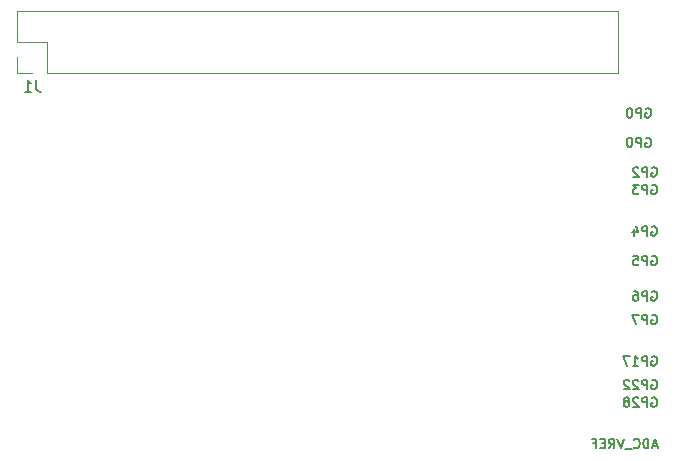
<source format=gbr>
G04 #@! TF.GenerationSoftware,KiCad,Pcbnew,9.0.1-1.fc42*
G04 #@! TF.CreationDate,2025-04-24T00:42:17-05:00*
G04 #@! TF.ProjectId,pico_driver,7069636f-5f64-4726-9976-65722e6b6963,rev?*
G04 #@! TF.SameCoordinates,Original*
G04 #@! TF.FileFunction,Legend,Bot*
G04 #@! TF.FilePolarity,Positive*
%FSLAX46Y46*%
G04 Gerber Fmt 4.6, Leading zero omitted, Abs format (unit mm)*
G04 Created by KiCad (PCBNEW 9.0.1-1.fc42) date 2025-04-24 00:42:17*
%MOMM*%
%LPD*%
G01*
G04 APERTURE LIST*
%ADD10C,0.150000*%
%ADD11C,0.120000*%
G04 APERTURE END LIST*
D10*
X160791792Y-59632390D02*
X160867982Y-59594295D01*
X160867982Y-59594295D02*
X160982268Y-59594295D01*
X160982268Y-59594295D02*
X161096554Y-59632390D01*
X161096554Y-59632390D02*
X161172744Y-59708580D01*
X161172744Y-59708580D02*
X161210839Y-59784771D01*
X161210839Y-59784771D02*
X161248935Y-59937152D01*
X161248935Y-59937152D02*
X161248935Y-60051438D01*
X161248935Y-60051438D02*
X161210839Y-60203819D01*
X161210839Y-60203819D02*
X161172744Y-60280009D01*
X161172744Y-60280009D02*
X161096554Y-60356200D01*
X161096554Y-60356200D02*
X160982268Y-60394295D01*
X160982268Y-60394295D02*
X160906077Y-60394295D01*
X160906077Y-60394295D02*
X160791792Y-60356200D01*
X160791792Y-60356200D02*
X160753696Y-60318104D01*
X160753696Y-60318104D02*
X160753696Y-60051438D01*
X160753696Y-60051438D02*
X160906077Y-60051438D01*
X160410839Y-60394295D02*
X160410839Y-59594295D01*
X160410839Y-59594295D02*
X160106077Y-59594295D01*
X160106077Y-59594295D02*
X160029887Y-59632390D01*
X160029887Y-59632390D02*
X159991792Y-59670485D01*
X159991792Y-59670485D02*
X159953696Y-59746676D01*
X159953696Y-59746676D02*
X159953696Y-59860961D01*
X159953696Y-59860961D02*
X159991792Y-59937152D01*
X159991792Y-59937152D02*
X160029887Y-59975247D01*
X160029887Y-59975247D02*
X160106077Y-60013342D01*
X160106077Y-60013342D02*
X160410839Y-60013342D01*
X159687030Y-59594295D02*
X159191792Y-59594295D01*
X159191792Y-59594295D02*
X159458458Y-59899057D01*
X159458458Y-59899057D02*
X159344173Y-59899057D01*
X159344173Y-59899057D02*
X159267982Y-59937152D01*
X159267982Y-59937152D02*
X159229887Y-59975247D01*
X159229887Y-59975247D02*
X159191792Y-60051438D01*
X159191792Y-60051438D02*
X159191792Y-60241914D01*
X159191792Y-60241914D02*
X159229887Y-60318104D01*
X159229887Y-60318104D02*
X159267982Y-60356200D01*
X159267982Y-60356200D02*
X159344173Y-60394295D01*
X159344173Y-60394295D02*
X159572744Y-60394295D01*
X159572744Y-60394295D02*
X159648935Y-60356200D01*
X159648935Y-60356200D02*
X159687030Y-60318104D01*
X160291792Y-53132390D02*
X160367982Y-53094295D01*
X160367982Y-53094295D02*
X160482268Y-53094295D01*
X160482268Y-53094295D02*
X160596554Y-53132390D01*
X160596554Y-53132390D02*
X160672744Y-53208580D01*
X160672744Y-53208580D02*
X160710839Y-53284771D01*
X160710839Y-53284771D02*
X160748935Y-53437152D01*
X160748935Y-53437152D02*
X160748935Y-53551438D01*
X160748935Y-53551438D02*
X160710839Y-53703819D01*
X160710839Y-53703819D02*
X160672744Y-53780009D01*
X160672744Y-53780009D02*
X160596554Y-53856200D01*
X160596554Y-53856200D02*
X160482268Y-53894295D01*
X160482268Y-53894295D02*
X160406077Y-53894295D01*
X160406077Y-53894295D02*
X160291792Y-53856200D01*
X160291792Y-53856200D02*
X160253696Y-53818104D01*
X160253696Y-53818104D02*
X160253696Y-53551438D01*
X160253696Y-53551438D02*
X160406077Y-53551438D01*
X159910839Y-53894295D02*
X159910839Y-53094295D01*
X159910839Y-53094295D02*
X159606077Y-53094295D01*
X159606077Y-53094295D02*
X159529887Y-53132390D01*
X159529887Y-53132390D02*
X159491792Y-53170485D01*
X159491792Y-53170485D02*
X159453696Y-53246676D01*
X159453696Y-53246676D02*
X159453696Y-53360961D01*
X159453696Y-53360961D02*
X159491792Y-53437152D01*
X159491792Y-53437152D02*
X159529887Y-53475247D01*
X159529887Y-53475247D02*
X159606077Y-53513342D01*
X159606077Y-53513342D02*
X159910839Y-53513342D01*
X158958458Y-53094295D02*
X158882268Y-53094295D01*
X158882268Y-53094295D02*
X158806077Y-53132390D01*
X158806077Y-53132390D02*
X158767982Y-53170485D01*
X158767982Y-53170485D02*
X158729887Y-53246676D01*
X158729887Y-53246676D02*
X158691792Y-53399057D01*
X158691792Y-53399057D02*
X158691792Y-53589533D01*
X158691792Y-53589533D02*
X158729887Y-53741914D01*
X158729887Y-53741914D02*
X158767982Y-53818104D01*
X158767982Y-53818104D02*
X158806077Y-53856200D01*
X158806077Y-53856200D02*
X158882268Y-53894295D01*
X158882268Y-53894295D02*
X158958458Y-53894295D01*
X158958458Y-53894295D02*
X159034649Y-53856200D01*
X159034649Y-53856200D02*
X159072744Y-53818104D01*
X159072744Y-53818104D02*
X159110839Y-53741914D01*
X159110839Y-53741914D02*
X159148935Y-53589533D01*
X159148935Y-53589533D02*
X159148935Y-53399057D01*
X159148935Y-53399057D02*
X159110839Y-53246676D01*
X159110839Y-53246676D02*
X159072744Y-53170485D01*
X159072744Y-53170485D02*
X159034649Y-53132390D01*
X159034649Y-53132390D02*
X158958458Y-53094295D01*
X160791792Y-65632390D02*
X160867982Y-65594295D01*
X160867982Y-65594295D02*
X160982268Y-65594295D01*
X160982268Y-65594295D02*
X161096554Y-65632390D01*
X161096554Y-65632390D02*
X161172744Y-65708580D01*
X161172744Y-65708580D02*
X161210839Y-65784771D01*
X161210839Y-65784771D02*
X161248935Y-65937152D01*
X161248935Y-65937152D02*
X161248935Y-66051438D01*
X161248935Y-66051438D02*
X161210839Y-66203819D01*
X161210839Y-66203819D02*
X161172744Y-66280009D01*
X161172744Y-66280009D02*
X161096554Y-66356200D01*
X161096554Y-66356200D02*
X160982268Y-66394295D01*
X160982268Y-66394295D02*
X160906077Y-66394295D01*
X160906077Y-66394295D02*
X160791792Y-66356200D01*
X160791792Y-66356200D02*
X160753696Y-66318104D01*
X160753696Y-66318104D02*
X160753696Y-66051438D01*
X160753696Y-66051438D02*
X160906077Y-66051438D01*
X160410839Y-66394295D02*
X160410839Y-65594295D01*
X160410839Y-65594295D02*
X160106077Y-65594295D01*
X160106077Y-65594295D02*
X160029887Y-65632390D01*
X160029887Y-65632390D02*
X159991792Y-65670485D01*
X159991792Y-65670485D02*
X159953696Y-65746676D01*
X159953696Y-65746676D02*
X159953696Y-65860961D01*
X159953696Y-65860961D02*
X159991792Y-65937152D01*
X159991792Y-65937152D02*
X160029887Y-65975247D01*
X160029887Y-65975247D02*
X160106077Y-66013342D01*
X160106077Y-66013342D02*
X160410839Y-66013342D01*
X159229887Y-65594295D02*
X159610839Y-65594295D01*
X159610839Y-65594295D02*
X159648935Y-65975247D01*
X159648935Y-65975247D02*
X159610839Y-65937152D01*
X159610839Y-65937152D02*
X159534649Y-65899057D01*
X159534649Y-65899057D02*
X159344173Y-65899057D01*
X159344173Y-65899057D02*
X159267982Y-65937152D01*
X159267982Y-65937152D02*
X159229887Y-65975247D01*
X159229887Y-65975247D02*
X159191792Y-66051438D01*
X159191792Y-66051438D02*
X159191792Y-66241914D01*
X159191792Y-66241914D02*
X159229887Y-66318104D01*
X159229887Y-66318104D02*
X159267982Y-66356200D01*
X159267982Y-66356200D02*
X159344173Y-66394295D01*
X159344173Y-66394295D02*
X159534649Y-66394295D01*
X159534649Y-66394295D02*
X159610839Y-66356200D01*
X159610839Y-66356200D02*
X159648935Y-66318104D01*
X160791792Y-63132390D02*
X160867982Y-63094295D01*
X160867982Y-63094295D02*
X160982268Y-63094295D01*
X160982268Y-63094295D02*
X161096554Y-63132390D01*
X161096554Y-63132390D02*
X161172744Y-63208580D01*
X161172744Y-63208580D02*
X161210839Y-63284771D01*
X161210839Y-63284771D02*
X161248935Y-63437152D01*
X161248935Y-63437152D02*
X161248935Y-63551438D01*
X161248935Y-63551438D02*
X161210839Y-63703819D01*
X161210839Y-63703819D02*
X161172744Y-63780009D01*
X161172744Y-63780009D02*
X161096554Y-63856200D01*
X161096554Y-63856200D02*
X160982268Y-63894295D01*
X160982268Y-63894295D02*
X160906077Y-63894295D01*
X160906077Y-63894295D02*
X160791792Y-63856200D01*
X160791792Y-63856200D02*
X160753696Y-63818104D01*
X160753696Y-63818104D02*
X160753696Y-63551438D01*
X160753696Y-63551438D02*
X160906077Y-63551438D01*
X160410839Y-63894295D02*
X160410839Y-63094295D01*
X160410839Y-63094295D02*
X160106077Y-63094295D01*
X160106077Y-63094295D02*
X160029887Y-63132390D01*
X160029887Y-63132390D02*
X159991792Y-63170485D01*
X159991792Y-63170485D02*
X159953696Y-63246676D01*
X159953696Y-63246676D02*
X159953696Y-63360961D01*
X159953696Y-63360961D02*
X159991792Y-63437152D01*
X159991792Y-63437152D02*
X160029887Y-63475247D01*
X160029887Y-63475247D02*
X160106077Y-63513342D01*
X160106077Y-63513342D02*
X160410839Y-63513342D01*
X159267982Y-63360961D02*
X159267982Y-63894295D01*
X159458458Y-63056200D02*
X159648935Y-63627628D01*
X159648935Y-63627628D02*
X159153696Y-63627628D01*
X160791792Y-68632390D02*
X160867982Y-68594295D01*
X160867982Y-68594295D02*
X160982268Y-68594295D01*
X160982268Y-68594295D02*
X161096554Y-68632390D01*
X161096554Y-68632390D02*
X161172744Y-68708580D01*
X161172744Y-68708580D02*
X161210839Y-68784771D01*
X161210839Y-68784771D02*
X161248935Y-68937152D01*
X161248935Y-68937152D02*
X161248935Y-69051438D01*
X161248935Y-69051438D02*
X161210839Y-69203819D01*
X161210839Y-69203819D02*
X161172744Y-69280009D01*
X161172744Y-69280009D02*
X161096554Y-69356200D01*
X161096554Y-69356200D02*
X160982268Y-69394295D01*
X160982268Y-69394295D02*
X160906077Y-69394295D01*
X160906077Y-69394295D02*
X160791792Y-69356200D01*
X160791792Y-69356200D02*
X160753696Y-69318104D01*
X160753696Y-69318104D02*
X160753696Y-69051438D01*
X160753696Y-69051438D02*
X160906077Y-69051438D01*
X160410839Y-69394295D02*
X160410839Y-68594295D01*
X160410839Y-68594295D02*
X160106077Y-68594295D01*
X160106077Y-68594295D02*
X160029887Y-68632390D01*
X160029887Y-68632390D02*
X159991792Y-68670485D01*
X159991792Y-68670485D02*
X159953696Y-68746676D01*
X159953696Y-68746676D02*
X159953696Y-68860961D01*
X159953696Y-68860961D02*
X159991792Y-68937152D01*
X159991792Y-68937152D02*
X160029887Y-68975247D01*
X160029887Y-68975247D02*
X160106077Y-69013342D01*
X160106077Y-69013342D02*
X160410839Y-69013342D01*
X159267982Y-68594295D02*
X159420363Y-68594295D01*
X159420363Y-68594295D02*
X159496554Y-68632390D01*
X159496554Y-68632390D02*
X159534649Y-68670485D01*
X159534649Y-68670485D02*
X159610839Y-68784771D01*
X159610839Y-68784771D02*
X159648935Y-68937152D01*
X159648935Y-68937152D02*
X159648935Y-69241914D01*
X159648935Y-69241914D02*
X159610839Y-69318104D01*
X159610839Y-69318104D02*
X159572744Y-69356200D01*
X159572744Y-69356200D02*
X159496554Y-69394295D01*
X159496554Y-69394295D02*
X159344173Y-69394295D01*
X159344173Y-69394295D02*
X159267982Y-69356200D01*
X159267982Y-69356200D02*
X159229887Y-69318104D01*
X159229887Y-69318104D02*
X159191792Y-69241914D01*
X159191792Y-69241914D02*
X159191792Y-69051438D01*
X159191792Y-69051438D02*
X159229887Y-68975247D01*
X159229887Y-68975247D02*
X159267982Y-68937152D01*
X159267982Y-68937152D02*
X159344173Y-68899057D01*
X159344173Y-68899057D02*
X159496554Y-68899057D01*
X159496554Y-68899057D02*
X159572744Y-68937152D01*
X159572744Y-68937152D02*
X159610839Y-68975247D01*
X159610839Y-68975247D02*
X159648935Y-69051438D01*
X160791792Y-77632390D02*
X160867982Y-77594295D01*
X160867982Y-77594295D02*
X160982268Y-77594295D01*
X160982268Y-77594295D02*
X161096554Y-77632390D01*
X161096554Y-77632390D02*
X161172744Y-77708580D01*
X161172744Y-77708580D02*
X161210839Y-77784771D01*
X161210839Y-77784771D02*
X161248935Y-77937152D01*
X161248935Y-77937152D02*
X161248935Y-78051438D01*
X161248935Y-78051438D02*
X161210839Y-78203819D01*
X161210839Y-78203819D02*
X161172744Y-78280009D01*
X161172744Y-78280009D02*
X161096554Y-78356200D01*
X161096554Y-78356200D02*
X160982268Y-78394295D01*
X160982268Y-78394295D02*
X160906077Y-78394295D01*
X160906077Y-78394295D02*
X160791792Y-78356200D01*
X160791792Y-78356200D02*
X160753696Y-78318104D01*
X160753696Y-78318104D02*
X160753696Y-78051438D01*
X160753696Y-78051438D02*
X160906077Y-78051438D01*
X160410839Y-78394295D02*
X160410839Y-77594295D01*
X160410839Y-77594295D02*
X160106077Y-77594295D01*
X160106077Y-77594295D02*
X160029887Y-77632390D01*
X160029887Y-77632390D02*
X159991792Y-77670485D01*
X159991792Y-77670485D02*
X159953696Y-77746676D01*
X159953696Y-77746676D02*
X159953696Y-77860961D01*
X159953696Y-77860961D02*
X159991792Y-77937152D01*
X159991792Y-77937152D02*
X160029887Y-77975247D01*
X160029887Y-77975247D02*
X160106077Y-78013342D01*
X160106077Y-78013342D02*
X160410839Y-78013342D01*
X159648935Y-77670485D02*
X159610839Y-77632390D01*
X159610839Y-77632390D02*
X159534649Y-77594295D01*
X159534649Y-77594295D02*
X159344173Y-77594295D01*
X159344173Y-77594295D02*
X159267982Y-77632390D01*
X159267982Y-77632390D02*
X159229887Y-77670485D01*
X159229887Y-77670485D02*
X159191792Y-77746676D01*
X159191792Y-77746676D02*
X159191792Y-77822866D01*
X159191792Y-77822866D02*
X159229887Y-77937152D01*
X159229887Y-77937152D02*
X159687030Y-78394295D01*
X159687030Y-78394295D02*
X159191792Y-78394295D01*
X158734649Y-77937152D02*
X158810839Y-77899057D01*
X158810839Y-77899057D02*
X158848934Y-77860961D01*
X158848934Y-77860961D02*
X158887030Y-77784771D01*
X158887030Y-77784771D02*
X158887030Y-77746676D01*
X158887030Y-77746676D02*
X158848934Y-77670485D01*
X158848934Y-77670485D02*
X158810839Y-77632390D01*
X158810839Y-77632390D02*
X158734649Y-77594295D01*
X158734649Y-77594295D02*
X158582268Y-77594295D01*
X158582268Y-77594295D02*
X158506077Y-77632390D01*
X158506077Y-77632390D02*
X158467982Y-77670485D01*
X158467982Y-77670485D02*
X158429887Y-77746676D01*
X158429887Y-77746676D02*
X158429887Y-77784771D01*
X158429887Y-77784771D02*
X158467982Y-77860961D01*
X158467982Y-77860961D02*
X158506077Y-77899057D01*
X158506077Y-77899057D02*
X158582268Y-77937152D01*
X158582268Y-77937152D02*
X158734649Y-77937152D01*
X158734649Y-77937152D02*
X158810839Y-77975247D01*
X158810839Y-77975247D02*
X158848934Y-78013342D01*
X158848934Y-78013342D02*
X158887030Y-78089533D01*
X158887030Y-78089533D02*
X158887030Y-78241914D01*
X158887030Y-78241914D02*
X158848934Y-78318104D01*
X158848934Y-78318104D02*
X158810839Y-78356200D01*
X158810839Y-78356200D02*
X158734649Y-78394295D01*
X158734649Y-78394295D02*
X158582268Y-78394295D01*
X158582268Y-78394295D02*
X158506077Y-78356200D01*
X158506077Y-78356200D02*
X158467982Y-78318104D01*
X158467982Y-78318104D02*
X158429887Y-78241914D01*
X158429887Y-78241914D02*
X158429887Y-78089533D01*
X158429887Y-78089533D02*
X158467982Y-78013342D01*
X158467982Y-78013342D02*
X158506077Y-77975247D01*
X158506077Y-77975247D02*
X158582268Y-77937152D01*
X160791792Y-70632390D02*
X160867982Y-70594295D01*
X160867982Y-70594295D02*
X160982268Y-70594295D01*
X160982268Y-70594295D02*
X161096554Y-70632390D01*
X161096554Y-70632390D02*
X161172744Y-70708580D01*
X161172744Y-70708580D02*
X161210839Y-70784771D01*
X161210839Y-70784771D02*
X161248935Y-70937152D01*
X161248935Y-70937152D02*
X161248935Y-71051438D01*
X161248935Y-71051438D02*
X161210839Y-71203819D01*
X161210839Y-71203819D02*
X161172744Y-71280009D01*
X161172744Y-71280009D02*
X161096554Y-71356200D01*
X161096554Y-71356200D02*
X160982268Y-71394295D01*
X160982268Y-71394295D02*
X160906077Y-71394295D01*
X160906077Y-71394295D02*
X160791792Y-71356200D01*
X160791792Y-71356200D02*
X160753696Y-71318104D01*
X160753696Y-71318104D02*
X160753696Y-71051438D01*
X160753696Y-71051438D02*
X160906077Y-71051438D01*
X160410839Y-71394295D02*
X160410839Y-70594295D01*
X160410839Y-70594295D02*
X160106077Y-70594295D01*
X160106077Y-70594295D02*
X160029887Y-70632390D01*
X160029887Y-70632390D02*
X159991792Y-70670485D01*
X159991792Y-70670485D02*
X159953696Y-70746676D01*
X159953696Y-70746676D02*
X159953696Y-70860961D01*
X159953696Y-70860961D02*
X159991792Y-70937152D01*
X159991792Y-70937152D02*
X160029887Y-70975247D01*
X160029887Y-70975247D02*
X160106077Y-71013342D01*
X160106077Y-71013342D02*
X160410839Y-71013342D01*
X159687030Y-70594295D02*
X159153696Y-70594295D01*
X159153696Y-70594295D02*
X159496554Y-71394295D01*
X160791792Y-76132390D02*
X160867982Y-76094295D01*
X160867982Y-76094295D02*
X160982268Y-76094295D01*
X160982268Y-76094295D02*
X161096554Y-76132390D01*
X161096554Y-76132390D02*
X161172744Y-76208580D01*
X161172744Y-76208580D02*
X161210839Y-76284771D01*
X161210839Y-76284771D02*
X161248935Y-76437152D01*
X161248935Y-76437152D02*
X161248935Y-76551438D01*
X161248935Y-76551438D02*
X161210839Y-76703819D01*
X161210839Y-76703819D02*
X161172744Y-76780009D01*
X161172744Y-76780009D02*
X161096554Y-76856200D01*
X161096554Y-76856200D02*
X160982268Y-76894295D01*
X160982268Y-76894295D02*
X160906077Y-76894295D01*
X160906077Y-76894295D02*
X160791792Y-76856200D01*
X160791792Y-76856200D02*
X160753696Y-76818104D01*
X160753696Y-76818104D02*
X160753696Y-76551438D01*
X160753696Y-76551438D02*
X160906077Y-76551438D01*
X160410839Y-76894295D02*
X160410839Y-76094295D01*
X160410839Y-76094295D02*
X160106077Y-76094295D01*
X160106077Y-76094295D02*
X160029887Y-76132390D01*
X160029887Y-76132390D02*
X159991792Y-76170485D01*
X159991792Y-76170485D02*
X159953696Y-76246676D01*
X159953696Y-76246676D02*
X159953696Y-76360961D01*
X159953696Y-76360961D02*
X159991792Y-76437152D01*
X159991792Y-76437152D02*
X160029887Y-76475247D01*
X160029887Y-76475247D02*
X160106077Y-76513342D01*
X160106077Y-76513342D02*
X160410839Y-76513342D01*
X159648935Y-76170485D02*
X159610839Y-76132390D01*
X159610839Y-76132390D02*
X159534649Y-76094295D01*
X159534649Y-76094295D02*
X159344173Y-76094295D01*
X159344173Y-76094295D02*
X159267982Y-76132390D01*
X159267982Y-76132390D02*
X159229887Y-76170485D01*
X159229887Y-76170485D02*
X159191792Y-76246676D01*
X159191792Y-76246676D02*
X159191792Y-76322866D01*
X159191792Y-76322866D02*
X159229887Y-76437152D01*
X159229887Y-76437152D02*
X159687030Y-76894295D01*
X159687030Y-76894295D02*
X159191792Y-76894295D01*
X158887030Y-76170485D02*
X158848934Y-76132390D01*
X158848934Y-76132390D02*
X158772744Y-76094295D01*
X158772744Y-76094295D02*
X158582268Y-76094295D01*
X158582268Y-76094295D02*
X158506077Y-76132390D01*
X158506077Y-76132390D02*
X158467982Y-76170485D01*
X158467982Y-76170485D02*
X158429887Y-76246676D01*
X158429887Y-76246676D02*
X158429887Y-76322866D01*
X158429887Y-76322866D02*
X158467982Y-76437152D01*
X158467982Y-76437152D02*
X158925125Y-76894295D01*
X158925125Y-76894295D02*
X158429887Y-76894295D01*
X160791792Y-58132390D02*
X160867982Y-58094295D01*
X160867982Y-58094295D02*
X160982268Y-58094295D01*
X160982268Y-58094295D02*
X161096554Y-58132390D01*
X161096554Y-58132390D02*
X161172744Y-58208580D01*
X161172744Y-58208580D02*
X161210839Y-58284771D01*
X161210839Y-58284771D02*
X161248935Y-58437152D01*
X161248935Y-58437152D02*
X161248935Y-58551438D01*
X161248935Y-58551438D02*
X161210839Y-58703819D01*
X161210839Y-58703819D02*
X161172744Y-58780009D01*
X161172744Y-58780009D02*
X161096554Y-58856200D01*
X161096554Y-58856200D02*
X160982268Y-58894295D01*
X160982268Y-58894295D02*
X160906077Y-58894295D01*
X160906077Y-58894295D02*
X160791792Y-58856200D01*
X160791792Y-58856200D02*
X160753696Y-58818104D01*
X160753696Y-58818104D02*
X160753696Y-58551438D01*
X160753696Y-58551438D02*
X160906077Y-58551438D01*
X160410839Y-58894295D02*
X160410839Y-58094295D01*
X160410839Y-58094295D02*
X160106077Y-58094295D01*
X160106077Y-58094295D02*
X160029887Y-58132390D01*
X160029887Y-58132390D02*
X159991792Y-58170485D01*
X159991792Y-58170485D02*
X159953696Y-58246676D01*
X159953696Y-58246676D02*
X159953696Y-58360961D01*
X159953696Y-58360961D02*
X159991792Y-58437152D01*
X159991792Y-58437152D02*
X160029887Y-58475247D01*
X160029887Y-58475247D02*
X160106077Y-58513342D01*
X160106077Y-58513342D02*
X160410839Y-58513342D01*
X159648935Y-58170485D02*
X159610839Y-58132390D01*
X159610839Y-58132390D02*
X159534649Y-58094295D01*
X159534649Y-58094295D02*
X159344173Y-58094295D01*
X159344173Y-58094295D02*
X159267982Y-58132390D01*
X159267982Y-58132390D02*
X159229887Y-58170485D01*
X159229887Y-58170485D02*
X159191792Y-58246676D01*
X159191792Y-58246676D02*
X159191792Y-58322866D01*
X159191792Y-58322866D02*
X159229887Y-58437152D01*
X159229887Y-58437152D02*
X159687030Y-58894295D01*
X159687030Y-58894295D02*
X159191792Y-58894295D01*
X161248935Y-81665723D02*
X160867982Y-81665723D01*
X161325125Y-81894295D02*
X161058458Y-81094295D01*
X161058458Y-81094295D02*
X160791792Y-81894295D01*
X160525125Y-81894295D02*
X160525125Y-81094295D01*
X160525125Y-81094295D02*
X160334649Y-81094295D01*
X160334649Y-81094295D02*
X160220363Y-81132390D01*
X160220363Y-81132390D02*
X160144173Y-81208580D01*
X160144173Y-81208580D02*
X160106078Y-81284771D01*
X160106078Y-81284771D02*
X160067982Y-81437152D01*
X160067982Y-81437152D02*
X160067982Y-81551438D01*
X160067982Y-81551438D02*
X160106078Y-81703819D01*
X160106078Y-81703819D02*
X160144173Y-81780009D01*
X160144173Y-81780009D02*
X160220363Y-81856200D01*
X160220363Y-81856200D02*
X160334649Y-81894295D01*
X160334649Y-81894295D02*
X160525125Y-81894295D01*
X159267982Y-81818104D02*
X159306078Y-81856200D01*
X159306078Y-81856200D02*
X159420363Y-81894295D01*
X159420363Y-81894295D02*
X159496554Y-81894295D01*
X159496554Y-81894295D02*
X159610840Y-81856200D01*
X159610840Y-81856200D02*
X159687030Y-81780009D01*
X159687030Y-81780009D02*
X159725125Y-81703819D01*
X159725125Y-81703819D02*
X159763221Y-81551438D01*
X159763221Y-81551438D02*
X159763221Y-81437152D01*
X159763221Y-81437152D02*
X159725125Y-81284771D01*
X159725125Y-81284771D02*
X159687030Y-81208580D01*
X159687030Y-81208580D02*
X159610840Y-81132390D01*
X159610840Y-81132390D02*
X159496554Y-81094295D01*
X159496554Y-81094295D02*
X159420363Y-81094295D01*
X159420363Y-81094295D02*
X159306078Y-81132390D01*
X159306078Y-81132390D02*
X159267982Y-81170485D01*
X159115602Y-81970485D02*
X158506078Y-81970485D01*
X158429887Y-81094295D02*
X158163220Y-81894295D01*
X158163220Y-81894295D02*
X157896554Y-81094295D01*
X157172744Y-81894295D02*
X157439411Y-81513342D01*
X157629887Y-81894295D02*
X157629887Y-81094295D01*
X157629887Y-81094295D02*
X157325125Y-81094295D01*
X157325125Y-81094295D02*
X157248935Y-81132390D01*
X157248935Y-81132390D02*
X157210840Y-81170485D01*
X157210840Y-81170485D02*
X157172744Y-81246676D01*
X157172744Y-81246676D02*
X157172744Y-81360961D01*
X157172744Y-81360961D02*
X157210840Y-81437152D01*
X157210840Y-81437152D02*
X157248935Y-81475247D01*
X157248935Y-81475247D02*
X157325125Y-81513342D01*
X157325125Y-81513342D02*
X157629887Y-81513342D01*
X156829887Y-81475247D02*
X156563221Y-81475247D01*
X156448935Y-81894295D02*
X156829887Y-81894295D01*
X156829887Y-81894295D02*
X156829887Y-81094295D01*
X156829887Y-81094295D02*
X156448935Y-81094295D01*
X155839411Y-81475247D02*
X156106077Y-81475247D01*
X156106077Y-81894295D02*
X156106077Y-81094295D01*
X156106077Y-81094295D02*
X155725125Y-81094295D01*
X160791792Y-74132390D02*
X160867982Y-74094295D01*
X160867982Y-74094295D02*
X160982268Y-74094295D01*
X160982268Y-74094295D02*
X161096554Y-74132390D01*
X161096554Y-74132390D02*
X161172744Y-74208580D01*
X161172744Y-74208580D02*
X161210839Y-74284771D01*
X161210839Y-74284771D02*
X161248935Y-74437152D01*
X161248935Y-74437152D02*
X161248935Y-74551438D01*
X161248935Y-74551438D02*
X161210839Y-74703819D01*
X161210839Y-74703819D02*
X161172744Y-74780009D01*
X161172744Y-74780009D02*
X161096554Y-74856200D01*
X161096554Y-74856200D02*
X160982268Y-74894295D01*
X160982268Y-74894295D02*
X160906077Y-74894295D01*
X160906077Y-74894295D02*
X160791792Y-74856200D01*
X160791792Y-74856200D02*
X160753696Y-74818104D01*
X160753696Y-74818104D02*
X160753696Y-74551438D01*
X160753696Y-74551438D02*
X160906077Y-74551438D01*
X160410839Y-74894295D02*
X160410839Y-74094295D01*
X160410839Y-74094295D02*
X160106077Y-74094295D01*
X160106077Y-74094295D02*
X160029887Y-74132390D01*
X160029887Y-74132390D02*
X159991792Y-74170485D01*
X159991792Y-74170485D02*
X159953696Y-74246676D01*
X159953696Y-74246676D02*
X159953696Y-74360961D01*
X159953696Y-74360961D02*
X159991792Y-74437152D01*
X159991792Y-74437152D02*
X160029887Y-74475247D01*
X160029887Y-74475247D02*
X160106077Y-74513342D01*
X160106077Y-74513342D02*
X160410839Y-74513342D01*
X159191792Y-74894295D02*
X159648935Y-74894295D01*
X159420363Y-74894295D02*
X159420363Y-74094295D01*
X159420363Y-74094295D02*
X159496554Y-74208580D01*
X159496554Y-74208580D02*
X159572744Y-74284771D01*
X159572744Y-74284771D02*
X159648935Y-74322866D01*
X158925125Y-74094295D02*
X158391791Y-74094295D01*
X158391791Y-74094295D02*
X158734649Y-74894295D01*
X160291792Y-55632390D02*
X160367982Y-55594295D01*
X160367982Y-55594295D02*
X160482268Y-55594295D01*
X160482268Y-55594295D02*
X160596554Y-55632390D01*
X160596554Y-55632390D02*
X160672744Y-55708580D01*
X160672744Y-55708580D02*
X160710839Y-55784771D01*
X160710839Y-55784771D02*
X160748935Y-55937152D01*
X160748935Y-55937152D02*
X160748935Y-56051438D01*
X160748935Y-56051438D02*
X160710839Y-56203819D01*
X160710839Y-56203819D02*
X160672744Y-56280009D01*
X160672744Y-56280009D02*
X160596554Y-56356200D01*
X160596554Y-56356200D02*
X160482268Y-56394295D01*
X160482268Y-56394295D02*
X160406077Y-56394295D01*
X160406077Y-56394295D02*
X160291792Y-56356200D01*
X160291792Y-56356200D02*
X160253696Y-56318104D01*
X160253696Y-56318104D02*
X160253696Y-56051438D01*
X160253696Y-56051438D02*
X160406077Y-56051438D01*
X159910839Y-56394295D02*
X159910839Y-55594295D01*
X159910839Y-55594295D02*
X159606077Y-55594295D01*
X159606077Y-55594295D02*
X159529887Y-55632390D01*
X159529887Y-55632390D02*
X159491792Y-55670485D01*
X159491792Y-55670485D02*
X159453696Y-55746676D01*
X159453696Y-55746676D02*
X159453696Y-55860961D01*
X159453696Y-55860961D02*
X159491792Y-55937152D01*
X159491792Y-55937152D02*
X159529887Y-55975247D01*
X159529887Y-55975247D02*
X159606077Y-56013342D01*
X159606077Y-56013342D02*
X159910839Y-56013342D01*
X158958458Y-55594295D02*
X158882268Y-55594295D01*
X158882268Y-55594295D02*
X158806077Y-55632390D01*
X158806077Y-55632390D02*
X158767982Y-55670485D01*
X158767982Y-55670485D02*
X158729887Y-55746676D01*
X158729887Y-55746676D02*
X158691792Y-55899057D01*
X158691792Y-55899057D02*
X158691792Y-56089533D01*
X158691792Y-56089533D02*
X158729887Y-56241914D01*
X158729887Y-56241914D02*
X158767982Y-56318104D01*
X158767982Y-56318104D02*
X158806077Y-56356200D01*
X158806077Y-56356200D02*
X158882268Y-56394295D01*
X158882268Y-56394295D02*
X158958458Y-56394295D01*
X158958458Y-56394295D02*
X159034649Y-56356200D01*
X159034649Y-56356200D02*
X159072744Y-56318104D01*
X159072744Y-56318104D02*
X159110839Y-56241914D01*
X159110839Y-56241914D02*
X159148935Y-56089533D01*
X159148935Y-56089533D02*
X159148935Y-55899057D01*
X159148935Y-55899057D02*
X159110839Y-55746676D01*
X159110839Y-55746676D02*
X159072744Y-55670485D01*
X159072744Y-55670485D02*
X159034649Y-55632390D01*
X159034649Y-55632390D02*
X158958458Y-55594295D01*
X108703333Y-50724819D02*
X108703333Y-51439104D01*
X108703333Y-51439104D02*
X108750952Y-51581961D01*
X108750952Y-51581961D02*
X108846190Y-51677200D01*
X108846190Y-51677200D02*
X108989047Y-51724819D01*
X108989047Y-51724819D02*
X109084285Y-51724819D01*
X107703333Y-51724819D02*
X108274761Y-51724819D01*
X107989047Y-51724819D02*
X107989047Y-50724819D01*
X107989047Y-50724819D02*
X108084285Y-50867676D01*
X108084285Y-50867676D02*
X108179523Y-50962914D01*
X108179523Y-50962914D02*
X108274761Y-51010533D01*
D11*
X107040000Y-44900000D02*
X107040000Y-47500000D01*
X107040000Y-44900000D02*
X157960000Y-44900000D01*
X107040000Y-47500000D02*
X109640000Y-47500000D01*
X107040000Y-48770000D02*
X107040000Y-50100000D01*
X107040000Y-50100000D02*
X108370000Y-50100000D01*
X109640000Y-47500000D02*
X109640000Y-50100000D01*
X109640000Y-50100000D02*
X157960000Y-50100000D01*
X157960000Y-44900000D02*
X157960000Y-50100000D01*
%LPC*%
G36*
X129840285Y-96343060D02*
G01*
X130021397Y-96418079D01*
X130184393Y-96526990D01*
X130323010Y-96665607D01*
X130431921Y-96828603D01*
X130506940Y-97009715D01*
X130545185Y-97201983D01*
X130545185Y-97398017D01*
X130506940Y-97590285D01*
X130431921Y-97771397D01*
X130323010Y-97934393D01*
X130184393Y-98073010D01*
X130021397Y-98181921D01*
X129840285Y-98256940D01*
X129648017Y-98295185D01*
X129451983Y-98295185D01*
X129259715Y-98256940D01*
X129078603Y-98181921D01*
X128915607Y-98073010D01*
X128776990Y-97934393D01*
X128668079Y-97771397D01*
X128593060Y-97590285D01*
X128554815Y-97398017D01*
X128554815Y-97201983D01*
X128593060Y-97009715D01*
X128668079Y-96828603D01*
X128776990Y-96665607D01*
X128915607Y-96526990D01*
X129078603Y-96418079D01*
X129259715Y-96343060D01*
X129451983Y-96304815D01*
X129648017Y-96304815D01*
X129840285Y-96343060D01*
G37*
G36*
X134340285Y-96343060D02*
G01*
X134521397Y-96418079D01*
X134684393Y-96526990D01*
X134823010Y-96665607D01*
X134931921Y-96828603D01*
X135006940Y-97009715D01*
X135045185Y-97201983D01*
X135045185Y-97398017D01*
X135006940Y-97590285D01*
X134931921Y-97771397D01*
X134823010Y-97934393D01*
X134684393Y-98073010D01*
X134521397Y-98181921D01*
X134340285Y-98256940D01*
X134148017Y-98295185D01*
X133951983Y-98295185D01*
X133759715Y-98256940D01*
X133578603Y-98181921D01*
X133415607Y-98073010D01*
X133276990Y-97934393D01*
X133168079Y-97771397D01*
X133093060Y-97590285D01*
X133054815Y-97398017D01*
X133054815Y-97201983D01*
X133093060Y-97009715D01*
X133168079Y-96828603D01*
X133276990Y-96665607D01*
X133415607Y-96526990D01*
X133578603Y-96418079D01*
X133759715Y-96343060D01*
X133951983Y-96304815D01*
X134148017Y-96304815D01*
X134340285Y-96343060D01*
G37*
G36*
X138940285Y-96293060D02*
G01*
X139121397Y-96368079D01*
X139284393Y-96476990D01*
X139423010Y-96615607D01*
X139531921Y-96778603D01*
X139606940Y-96959715D01*
X139645185Y-97151983D01*
X139645185Y-97348017D01*
X139606940Y-97540285D01*
X139531921Y-97721397D01*
X139423010Y-97884393D01*
X139284393Y-98023010D01*
X139121397Y-98131921D01*
X138940285Y-98206940D01*
X138748017Y-98245185D01*
X138551983Y-98245185D01*
X138359715Y-98206940D01*
X138178603Y-98131921D01*
X138015607Y-98023010D01*
X137876990Y-97884393D01*
X137768079Y-97721397D01*
X137693060Y-97540285D01*
X137654815Y-97348017D01*
X137654815Y-97151983D01*
X137693060Y-96959715D01*
X137768079Y-96778603D01*
X137876990Y-96615607D01*
X138015607Y-96476990D01*
X138178603Y-96368079D01*
X138359715Y-96293060D01*
X138551983Y-96254815D01*
X138748017Y-96254815D01*
X138940285Y-96293060D01*
G37*
G36*
X143440285Y-96293060D02*
G01*
X143621397Y-96368079D01*
X143784393Y-96476990D01*
X143923010Y-96615607D01*
X144031921Y-96778603D01*
X144106940Y-96959715D01*
X144145185Y-97151983D01*
X144145185Y-97348017D01*
X144106940Y-97540285D01*
X144031921Y-97721397D01*
X143923010Y-97884393D01*
X143784393Y-98023010D01*
X143621397Y-98131921D01*
X143440285Y-98206940D01*
X143248017Y-98245185D01*
X143051983Y-98245185D01*
X142859715Y-98206940D01*
X142678603Y-98131921D01*
X142515607Y-98023010D01*
X142376990Y-97884393D01*
X142268079Y-97721397D01*
X142193060Y-97540285D01*
X142154815Y-97348017D01*
X142154815Y-97151983D01*
X142193060Y-96959715D01*
X142268079Y-96778603D01*
X142376990Y-96615607D01*
X142515607Y-96476990D01*
X142678603Y-96368079D01*
X142859715Y-96293060D01*
X143051983Y-96254815D01*
X143248017Y-96254815D01*
X143440285Y-96293060D01*
G37*
G36*
X103815151Y-95187301D02*
G01*
X104016623Y-95252763D01*
X104205373Y-95348936D01*
X104376755Y-95473452D01*
X104526548Y-95623245D01*
X104651064Y-95794627D01*
X104747237Y-95983377D01*
X104812699Y-96184849D01*
X104845838Y-96394080D01*
X104845838Y-96605920D01*
X104812699Y-96815151D01*
X104747237Y-97016623D01*
X104651064Y-97205373D01*
X104526548Y-97376755D01*
X104376755Y-97526548D01*
X104205373Y-97651064D01*
X104016623Y-97747237D01*
X103815151Y-97812699D01*
X103605920Y-97845838D01*
X103394080Y-97845838D01*
X103184849Y-97812699D01*
X102983377Y-97747237D01*
X102794627Y-97651064D01*
X102623245Y-97526548D01*
X102473452Y-97376755D01*
X102348936Y-97205373D01*
X102252763Y-97016623D01*
X102187301Y-96815151D01*
X102154162Y-96605920D01*
X102154162Y-96394080D01*
X102187301Y-96184849D01*
X102252763Y-95983377D01*
X102348936Y-95794627D01*
X102473452Y-95623245D01*
X102623245Y-95473452D01*
X102794627Y-95348936D01*
X102983377Y-95252763D01*
X103184849Y-95187301D01*
X103394080Y-95154162D01*
X103605920Y-95154162D01*
X103815151Y-95187301D01*
G37*
G36*
X161815151Y-95187301D02*
G01*
X162016623Y-95252763D01*
X162205373Y-95348936D01*
X162376755Y-95473452D01*
X162526548Y-95623245D01*
X162651064Y-95794627D01*
X162747237Y-95983377D01*
X162812699Y-96184849D01*
X162845838Y-96394080D01*
X162845838Y-96605920D01*
X162812699Y-96815151D01*
X162747237Y-97016623D01*
X162651064Y-97205373D01*
X162526548Y-97376755D01*
X162376755Y-97526548D01*
X162205373Y-97651064D01*
X162016623Y-97747237D01*
X161815151Y-97812699D01*
X161605920Y-97845838D01*
X161394080Y-97845838D01*
X161184849Y-97812699D01*
X160983377Y-97747237D01*
X160794627Y-97651064D01*
X160623245Y-97526548D01*
X160473452Y-97376755D01*
X160348936Y-97205373D01*
X160252763Y-97016623D01*
X160187301Y-96815151D01*
X160154162Y-96605920D01*
X160154162Y-96394080D01*
X160187301Y-96184849D01*
X160252763Y-95983377D01*
X160348936Y-95794627D01*
X160473452Y-95623245D01*
X160623245Y-95473452D01*
X160794627Y-95348936D01*
X160983377Y-95252763D01*
X161184849Y-95187301D01*
X161394080Y-95154162D01*
X161605920Y-95154162D01*
X161815151Y-95187301D01*
G37*
G36*
X110566742Y-94826601D02*
G01*
X110720687Y-94890367D01*
X110859234Y-94982941D01*
X110977059Y-95100766D01*
X111069633Y-95239313D01*
X111133399Y-95393258D01*
X111165907Y-95556685D01*
X111165907Y-95723315D01*
X111133399Y-95886742D01*
X111069633Y-96040687D01*
X110977059Y-96179234D01*
X110859234Y-96297059D01*
X110720687Y-96389633D01*
X110566742Y-96453399D01*
X110403315Y-96485907D01*
X110236685Y-96485907D01*
X110073258Y-96453399D01*
X109919313Y-96389633D01*
X109780766Y-96297059D01*
X109662941Y-96179234D01*
X109570367Y-96040687D01*
X109506601Y-95886742D01*
X109474093Y-95723315D01*
X109474093Y-95556685D01*
X109506601Y-95393258D01*
X109570367Y-95239313D01*
X109662941Y-95100766D01*
X109780766Y-94982941D01*
X109919313Y-94890367D01*
X110073258Y-94826601D01*
X110236685Y-94794093D01*
X110403315Y-94794093D01*
X110566742Y-94826601D01*
G37*
G36*
X115656742Y-94826601D02*
G01*
X115810687Y-94890367D01*
X115949234Y-94982941D01*
X116067059Y-95100766D01*
X116159633Y-95239313D01*
X116223399Y-95393258D01*
X116255907Y-95556685D01*
X116255907Y-95723315D01*
X116223399Y-95886742D01*
X116159633Y-96040687D01*
X116067059Y-96179234D01*
X115949234Y-96297059D01*
X115810687Y-96389633D01*
X115656742Y-96453399D01*
X115493315Y-96485907D01*
X115326685Y-96485907D01*
X115163258Y-96453399D01*
X115009313Y-96389633D01*
X114870766Y-96297059D01*
X114752941Y-96179234D01*
X114660367Y-96040687D01*
X114596601Y-95886742D01*
X114564093Y-95723315D01*
X114564093Y-95556685D01*
X114596601Y-95393258D01*
X114660367Y-95239313D01*
X114752941Y-95100766D01*
X114870766Y-94982941D01*
X115009313Y-94890367D01*
X115163258Y-94826601D01*
X115326685Y-94794093D01*
X115493315Y-94794093D01*
X115656742Y-94826601D01*
G37*
G36*
X119873000Y-95200000D02*
G01*
X118073000Y-95200000D01*
X118073000Y-93400000D01*
X119873000Y-93400000D01*
X119873000Y-95200000D01*
G37*
G36*
X121393256Y-93438754D02*
G01*
X121556257Y-93506271D01*
X121702954Y-93604291D01*
X121827709Y-93729046D01*
X121925729Y-93875743D01*
X121993246Y-94038744D01*
X122027666Y-94211785D01*
X122027666Y-94388215D01*
X121993246Y-94561256D01*
X121925729Y-94724257D01*
X121827709Y-94870954D01*
X121702954Y-94995709D01*
X121556257Y-95093729D01*
X121393256Y-95161246D01*
X121220215Y-95195666D01*
X121043785Y-95195666D01*
X120870744Y-95161246D01*
X120707743Y-95093729D01*
X120561046Y-94995709D01*
X120436291Y-94870954D01*
X120338271Y-94724257D01*
X120270754Y-94561256D01*
X120236334Y-94388215D01*
X120236334Y-94211785D01*
X120270754Y-94038744D01*
X120338271Y-93875743D01*
X120436291Y-93729046D01*
X120561046Y-93604291D01*
X120707743Y-93506271D01*
X120870744Y-93438754D01*
X121043785Y-93404334D01*
X121220215Y-93404334D01*
X121393256Y-93438754D01*
G37*
G36*
X123552256Y-93438754D02*
G01*
X123715257Y-93506271D01*
X123861954Y-93604291D01*
X123986709Y-93729046D01*
X124084729Y-93875743D01*
X124152246Y-94038744D01*
X124186666Y-94211785D01*
X124186666Y-94388215D01*
X124152246Y-94561256D01*
X124084729Y-94724257D01*
X123986709Y-94870954D01*
X123861954Y-94995709D01*
X123715257Y-95093729D01*
X123552256Y-95161246D01*
X123379215Y-95195666D01*
X123202785Y-95195666D01*
X123029744Y-95161246D01*
X122866743Y-95093729D01*
X122720046Y-94995709D01*
X122595291Y-94870954D01*
X122497271Y-94724257D01*
X122429754Y-94561256D01*
X122395334Y-94388215D01*
X122395334Y-94211785D01*
X122429754Y-94038744D01*
X122497271Y-93875743D01*
X122595291Y-93729046D01*
X122720046Y-93604291D01*
X122866743Y-93506271D01*
X123029744Y-93438754D01*
X123202785Y-93404334D01*
X123379215Y-93404334D01*
X123552256Y-93438754D01*
G37*
G36*
X125711256Y-93438754D02*
G01*
X125874257Y-93506271D01*
X126020954Y-93604291D01*
X126145709Y-93729046D01*
X126243729Y-93875743D01*
X126311246Y-94038744D01*
X126345666Y-94211785D01*
X126345666Y-94388215D01*
X126311246Y-94561256D01*
X126243729Y-94724257D01*
X126145709Y-94870954D01*
X126020954Y-94995709D01*
X125874257Y-95093729D01*
X125711256Y-95161246D01*
X125538215Y-95195666D01*
X125361785Y-95195666D01*
X125188744Y-95161246D01*
X125025743Y-95093729D01*
X124879046Y-94995709D01*
X124754291Y-94870954D01*
X124656271Y-94724257D01*
X124588754Y-94561256D01*
X124554334Y-94388215D01*
X124554334Y-94211785D01*
X124588754Y-94038744D01*
X124656271Y-93875743D01*
X124754291Y-93729046D01*
X124879046Y-93604291D01*
X125025743Y-93506271D01*
X125188744Y-93438754D01*
X125361785Y-93404334D01*
X125538215Y-93404334D01*
X125711256Y-93438754D01*
G37*
G36*
X110566742Y-92286601D02*
G01*
X110720687Y-92350367D01*
X110859234Y-92442941D01*
X110977059Y-92560766D01*
X111069633Y-92699313D01*
X111133399Y-92853258D01*
X111165907Y-93016685D01*
X111165907Y-93183315D01*
X111133399Y-93346742D01*
X111069633Y-93500687D01*
X110977059Y-93639234D01*
X110859234Y-93757059D01*
X110720687Y-93849633D01*
X110566742Y-93913399D01*
X110403315Y-93945907D01*
X110236685Y-93945907D01*
X110073258Y-93913399D01*
X109919313Y-93849633D01*
X109780766Y-93757059D01*
X109662941Y-93639234D01*
X109570367Y-93500687D01*
X109506601Y-93346742D01*
X109474093Y-93183315D01*
X109474093Y-93016685D01*
X109506601Y-92853258D01*
X109570367Y-92699313D01*
X109662941Y-92560766D01*
X109780766Y-92442941D01*
X109919313Y-92350367D01*
X110073258Y-92286601D01*
X110236685Y-92254093D01*
X110403315Y-92254093D01*
X110566742Y-92286601D01*
G37*
G36*
X115656742Y-92286601D02*
G01*
X115810687Y-92350367D01*
X115949234Y-92442941D01*
X116067059Y-92560766D01*
X116159633Y-92699313D01*
X116223399Y-92853258D01*
X116255907Y-93016685D01*
X116255907Y-93183315D01*
X116223399Y-93346742D01*
X116159633Y-93500687D01*
X116067059Y-93639234D01*
X115949234Y-93757059D01*
X115810687Y-93849633D01*
X115656742Y-93913399D01*
X115493315Y-93945907D01*
X115326685Y-93945907D01*
X115163258Y-93913399D01*
X115009313Y-93849633D01*
X114870766Y-93757059D01*
X114752941Y-93639234D01*
X114660367Y-93500687D01*
X114596601Y-93346742D01*
X114564093Y-93183315D01*
X114564093Y-93016685D01*
X114596601Y-92853258D01*
X114660367Y-92699313D01*
X114752941Y-92560766D01*
X114870766Y-92442941D01*
X115009313Y-92350367D01*
X115163258Y-92286601D01*
X115326685Y-92254093D01*
X115493315Y-92254093D01*
X115656742Y-92286601D01*
G37*
G36*
X129840285Y-89843060D02*
G01*
X130021397Y-89918079D01*
X130184393Y-90026990D01*
X130323010Y-90165607D01*
X130431921Y-90328603D01*
X130506940Y-90509715D01*
X130545185Y-90701983D01*
X130545185Y-90898017D01*
X130506940Y-91090285D01*
X130431921Y-91271397D01*
X130323010Y-91434393D01*
X130184393Y-91573010D01*
X130021397Y-91681921D01*
X129840285Y-91756940D01*
X129648017Y-91795185D01*
X129451983Y-91795185D01*
X129259715Y-91756940D01*
X129078603Y-91681921D01*
X128915607Y-91573010D01*
X128776990Y-91434393D01*
X128668079Y-91271397D01*
X128593060Y-91090285D01*
X128554815Y-90898017D01*
X128554815Y-90701983D01*
X128593060Y-90509715D01*
X128668079Y-90328603D01*
X128776990Y-90165607D01*
X128915607Y-90026990D01*
X129078603Y-89918079D01*
X129259715Y-89843060D01*
X129451983Y-89804815D01*
X129648017Y-89804815D01*
X129840285Y-89843060D01*
G37*
G36*
X134340285Y-89843060D02*
G01*
X134521397Y-89918079D01*
X134684393Y-90026990D01*
X134823010Y-90165607D01*
X134931921Y-90328603D01*
X135006940Y-90509715D01*
X135045185Y-90701983D01*
X135045185Y-90898017D01*
X135006940Y-91090285D01*
X134931921Y-91271397D01*
X134823010Y-91434393D01*
X134684393Y-91573010D01*
X134521397Y-91681921D01*
X134340285Y-91756940D01*
X134148017Y-91795185D01*
X133951983Y-91795185D01*
X133759715Y-91756940D01*
X133578603Y-91681921D01*
X133415607Y-91573010D01*
X133276990Y-91434393D01*
X133168079Y-91271397D01*
X133093060Y-91090285D01*
X133054815Y-90898017D01*
X133054815Y-90701983D01*
X133093060Y-90509715D01*
X133168079Y-90328603D01*
X133276990Y-90165607D01*
X133415607Y-90026990D01*
X133578603Y-89918079D01*
X133759715Y-89843060D01*
X133951983Y-89804815D01*
X134148017Y-89804815D01*
X134340285Y-89843060D01*
G37*
G36*
X138940285Y-89793060D02*
G01*
X139121397Y-89868079D01*
X139284393Y-89976990D01*
X139423010Y-90115607D01*
X139531921Y-90278603D01*
X139606940Y-90459715D01*
X139645185Y-90651983D01*
X139645185Y-90848017D01*
X139606940Y-91040285D01*
X139531921Y-91221397D01*
X139423010Y-91384393D01*
X139284393Y-91523010D01*
X139121397Y-91631921D01*
X138940285Y-91706940D01*
X138748017Y-91745185D01*
X138551983Y-91745185D01*
X138359715Y-91706940D01*
X138178603Y-91631921D01*
X138015607Y-91523010D01*
X137876990Y-91384393D01*
X137768079Y-91221397D01*
X137693060Y-91040285D01*
X137654815Y-90848017D01*
X137654815Y-90651983D01*
X137693060Y-90459715D01*
X137768079Y-90278603D01*
X137876990Y-90115607D01*
X138015607Y-89976990D01*
X138178603Y-89868079D01*
X138359715Y-89793060D01*
X138551983Y-89754815D01*
X138748017Y-89754815D01*
X138940285Y-89793060D01*
G37*
G36*
X143440285Y-89793060D02*
G01*
X143621397Y-89868079D01*
X143784393Y-89976990D01*
X143923010Y-90115607D01*
X144031921Y-90278603D01*
X144106940Y-90459715D01*
X144145185Y-90651983D01*
X144145185Y-90848017D01*
X144106940Y-91040285D01*
X144031921Y-91221397D01*
X143923010Y-91384393D01*
X143784393Y-91523010D01*
X143621397Y-91631921D01*
X143440285Y-91706940D01*
X143248017Y-91745185D01*
X143051983Y-91745185D01*
X142859715Y-91706940D01*
X142678603Y-91631921D01*
X142515607Y-91523010D01*
X142376990Y-91384393D01*
X142268079Y-91221397D01*
X142193060Y-91040285D01*
X142154815Y-90848017D01*
X142154815Y-90651983D01*
X142193060Y-90459715D01*
X142268079Y-90278603D01*
X142376990Y-90115607D01*
X142515607Y-89976990D01*
X142678603Y-89868079D01*
X142859715Y-89793060D01*
X143051983Y-89754815D01*
X143248017Y-89754815D01*
X143440285Y-89793060D01*
G37*
G36*
X111170000Y-91410000D02*
G01*
X109470000Y-91410000D01*
X109470000Y-89710000D01*
X111170000Y-89710000D01*
X111170000Y-91410000D01*
G37*
G36*
X116260000Y-91410000D02*
G01*
X114560000Y-91410000D01*
X114560000Y-89710000D01*
X116260000Y-89710000D01*
X116260000Y-91410000D01*
G37*
G36*
X162746742Y-87686601D02*
G01*
X162900687Y-87750367D01*
X163039234Y-87842941D01*
X163157059Y-87960766D01*
X163249633Y-88099313D01*
X163313399Y-88253258D01*
X163345907Y-88416685D01*
X163345907Y-88583315D01*
X163313399Y-88746742D01*
X163249633Y-88900687D01*
X163157059Y-89039234D01*
X163039234Y-89157059D01*
X162900687Y-89249633D01*
X162746742Y-89313399D01*
X162583315Y-89345907D01*
X162416685Y-89345907D01*
X162253258Y-89313399D01*
X162099313Y-89249633D01*
X161960766Y-89157059D01*
X161842941Y-89039234D01*
X161750367Y-88900687D01*
X161686601Y-88746742D01*
X161654093Y-88583315D01*
X161654093Y-88416685D01*
X161686601Y-88253258D01*
X161750367Y-88099313D01*
X161842941Y-87960766D01*
X161960766Y-87842941D01*
X162099313Y-87750367D01*
X162253258Y-87686601D01*
X162416685Y-87654093D01*
X162583315Y-87654093D01*
X162746742Y-87686601D01*
G37*
G36*
X101882228Y-87584448D02*
G01*
X102027117Y-87644463D01*
X102157515Y-87731592D01*
X102268408Y-87842485D01*
X102355537Y-87972883D01*
X102415552Y-88117772D01*
X102446148Y-88271586D01*
X102446148Y-88428414D01*
X102415552Y-88582228D01*
X102355537Y-88727117D01*
X102268408Y-88857515D01*
X102157515Y-88968408D01*
X102027117Y-89055537D01*
X101882228Y-89115552D01*
X101728414Y-89146148D01*
X101571586Y-89146148D01*
X101417772Y-89115552D01*
X101272883Y-89055537D01*
X101142485Y-88968408D01*
X101031592Y-88857515D01*
X100944463Y-88727117D01*
X100884448Y-88582228D01*
X100853852Y-88428414D01*
X100853852Y-88271586D01*
X100884448Y-88117772D01*
X100944463Y-87972883D01*
X101031592Y-87842485D01*
X101142485Y-87731592D01*
X101272883Y-87644463D01*
X101417772Y-87584448D01*
X101571586Y-87553852D01*
X101728414Y-87553852D01*
X101882228Y-87584448D01*
G37*
G36*
X105082228Y-87584448D02*
G01*
X105227117Y-87644463D01*
X105357515Y-87731592D01*
X105468408Y-87842485D01*
X105555537Y-87972883D01*
X105615552Y-88117772D01*
X105646148Y-88271586D01*
X105646148Y-88428414D01*
X105615552Y-88582228D01*
X105555537Y-88727117D01*
X105468408Y-88857515D01*
X105357515Y-88968408D01*
X105227117Y-89055537D01*
X105082228Y-89115552D01*
X104928414Y-89146148D01*
X104771586Y-89146148D01*
X104617772Y-89115552D01*
X104472883Y-89055537D01*
X104342485Y-88968408D01*
X104231592Y-88857515D01*
X104144463Y-88727117D01*
X104084448Y-88582228D01*
X104053852Y-88428414D01*
X104053852Y-88271586D01*
X104084448Y-88117772D01*
X104144463Y-87972883D01*
X104231592Y-87842485D01*
X104342485Y-87731592D01*
X104472883Y-87644463D01*
X104617772Y-87584448D01*
X104771586Y-87553852D01*
X104928414Y-87553852D01*
X105082228Y-87584448D01*
G37*
G36*
X163350000Y-86810000D02*
G01*
X161650000Y-86810000D01*
X161650000Y-85110000D01*
X163350000Y-85110000D01*
X163350000Y-86810000D01*
G37*
G36*
X101882228Y-85084448D02*
G01*
X102027117Y-85144463D01*
X102157515Y-85231592D01*
X102268408Y-85342485D01*
X102355537Y-85472883D01*
X102415552Y-85617772D01*
X102446148Y-85771586D01*
X102446148Y-85928414D01*
X102415552Y-86082228D01*
X102355537Y-86227117D01*
X102268408Y-86357515D01*
X102157515Y-86468408D01*
X102027117Y-86555537D01*
X101882228Y-86615552D01*
X101728414Y-86646148D01*
X101571586Y-86646148D01*
X101417772Y-86615552D01*
X101272883Y-86555537D01*
X101142485Y-86468408D01*
X101031592Y-86357515D01*
X100944463Y-86227117D01*
X100884448Y-86082228D01*
X100853852Y-85928414D01*
X100853852Y-85771586D01*
X100884448Y-85617772D01*
X100944463Y-85472883D01*
X101031592Y-85342485D01*
X101142485Y-85231592D01*
X101272883Y-85144463D01*
X101417772Y-85084448D01*
X101571586Y-85053852D01*
X101728414Y-85053852D01*
X101882228Y-85084448D01*
G37*
G36*
X105082228Y-85084448D02*
G01*
X105227117Y-85144463D01*
X105357515Y-85231592D01*
X105468408Y-85342485D01*
X105555537Y-85472883D01*
X105615552Y-85617772D01*
X105646148Y-85771586D01*
X105646148Y-85928414D01*
X105615552Y-86082228D01*
X105555537Y-86227117D01*
X105468408Y-86357515D01*
X105357515Y-86468408D01*
X105227117Y-86555537D01*
X105082228Y-86615552D01*
X104928414Y-86646148D01*
X104771586Y-86646148D01*
X104617772Y-86615552D01*
X104472883Y-86555537D01*
X104342485Y-86468408D01*
X104231592Y-86357515D01*
X104144463Y-86227117D01*
X104084448Y-86082228D01*
X104053852Y-85928414D01*
X104053852Y-85771586D01*
X104084448Y-85617772D01*
X104144463Y-85472883D01*
X104231592Y-85342485D01*
X104342485Y-85231592D01*
X104472883Y-85144463D01*
X104617772Y-85084448D01*
X104771586Y-85053852D01*
X104928414Y-85053852D01*
X105082228Y-85084448D01*
G37*
G36*
X105650000Y-84150000D02*
G01*
X104050000Y-84150000D01*
X104050000Y-82550000D01*
X105650000Y-82550000D01*
X105650000Y-84150000D01*
G37*
G36*
X101882228Y-82584448D02*
G01*
X102027117Y-82644463D01*
X102157515Y-82731592D01*
X102268408Y-82842485D01*
X102355537Y-82972883D01*
X102415552Y-83117772D01*
X102446148Y-83271586D01*
X102446148Y-83428414D01*
X102415552Y-83582228D01*
X102355537Y-83727117D01*
X102268408Y-83857515D01*
X102157515Y-83968408D01*
X102027117Y-84055537D01*
X101882228Y-84115552D01*
X101728414Y-84146148D01*
X101571586Y-84146148D01*
X101417772Y-84115552D01*
X101272883Y-84055537D01*
X101142485Y-83968408D01*
X101031592Y-83857515D01*
X100944463Y-83727117D01*
X100884448Y-83582228D01*
X100853852Y-83428414D01*
X100853852Y-83271586D01*
X100884448Y-83117772D01*
X100944463Y-82972883D01*
X101031592Y-82842485D01*
X101142485Y-82731592D01*
X101272883Y-82644463D01*
X101417772Y-82584448D01*
X101571586Y-82553852D01*
X101728414Y-82553852D01*
X101882228Y-82584448D01*
G37*
G36*
X162746742Y-80506601D02*
G01*
X162900687Y-80570367D01*
X163039234Y-80662941D01*
X163157059Y-80780766D01*
X163249633Y-80919313D01*
X163313399Y-81073258D01*
X163345907Y-81236685D01*
X163345907Y-81403315D01*
X163313399Y-81566742D01*
X163249633Y-81720687D01*
X163157059Y-81859234D01*
X163039234Y-81977059D01*
X162900687Y-82069633D01*
X162746742Y-82133399D01*
X162583315Y-82165907D01*
X162416685Y-82165907D01*
X162253258Y-82133399D01*
X162099313Y-82069633D01*
X161960766Y-81977059D01*
X161842941Y-81859234D01*
X161750367Y-81720687D01*
X161686601Y-81566742D01*
X161654093Y-81403315D01*
X161654093Y-81236685D01*
X161686601Y-81073258D01*
X161750367Y-80919313D01*
X161842941Y-80780766D01*
X161960766Y-80662941D01*
X162099313Y-80570367D01*
X162253258Y-80506601D01*
X162416685Y-80474093D01*
X162583315Y-80474093D01*
X162746742Y-80506601D01*
G37*
G36*
X114730000Y-80300000D02*
G01*
X113030000Y-80300000D01*
X113030000Y-78600000D01*
X114730000Y-78600000D01*
X114730000Y-80300000D01*
G37*
G36*
X127430000Y-80300000D02*
G01*
X125730000Y-80300000D01*
X125730000Y-78600000D01*
X127430000Y-78600000D01*
X127430000Y-80300000D01*
G37*
G36*
X140130000Y-80300000D02*
G01*
X138430000Y-80300000D01*
X138430000Y-78600000D01*
X140130000Y-78600000D01*
X140130000Y-80300000D01*
G37*
G36*
X152830000Y-80300000D02*
G01*
X151130000Y-80300000D01*
X151130000Y-78600000D01*
X152830000Y-78600000D01*
X152830000Y-80300000D01*
G37*
G36*
X109046742Y-78636601D02*
G01*
X109200687Y-78700367D01*
X109339234Y-78792941D01*
X109457059Y-78910766D01*
X109549633Y-79049313D01*
X109613399Y-79203258D01*
X109645907Y-79366685D01*
X109645907Y-79533315D01*
X109613399Y-79696742D01*
X109549633Y-79850687D01*
X109457059Y-79989234D01*
X109339234Y-80107059D01*
X109200687Y-80199633D01*
X109046742Y-80263399D01*
X108883315Y-80295907D01*
X108716685Y-80295907D01*
X108553258Y-80263399D01*
X108399313Y-80199633D01*
X108260766Y-80107059D01*
X108142941Y-79989234D01*
X108050367Y-79850687D01*
X107986601Y-79696742D01*
X107954093Y-79533315D01*
X107954093Y-79366685D01*
X107986601Y-79203258D01*
X108050367Y-79049313D01*
X108142941Y-78910766D01*
X108260766Y-78792941D01*
X108399313Y-78700367D01*
X108553258Y-78636601D01*
X108716685Y-78604093D01*
X108883315Y-78604093D01*
X109046742Y-78636601D01*
G37*
G36*
X111586742Y-78636601D02*
G01*
X111740687Y-78700367D01*
X111879234Y-78792941D01*
X111997059Y-78910766D01*
X112089633Y-79049313D01*
X112153399Y-79203258D01*
X112185907Y-79366685D01*
X112185907Y-79533315D01*
X112153399Y-79696742D01*
X112089633Y-79850687D01*
X111997059Y-79989234D01*
X111879234Y-80107059D01*
X111740687Y-80199633D01*
X111586742Y-80263399D01*
X111423315Y-80295907D01*
X111256685Y-80295907D01*
X111093258Y-80263399D01*
X110939313Y-80199633D01*
X110800766Y-80107059D01*
X110682941Y-79989234D01*
X110590367Y-79850687D01*
X110526601Y-79696742D01*
X110494093Y-79533315D01*
X110494093Y-79366685D01*
X110526601Y-79203258D01*
X110590367Y-79049313D01*
X110682941Y-78910766D01*
X110800766Y-78792941D01*
X110939313Y-78700367D01*
X111093258Y-78636601D01*
X111256685Y-78604093D01*
X111423315Y-78604093D01*
X111586742Y-78636601D01*
G37*
G36*
X116666742Y-78636601D02*
G01*
X116820687Y-78700367D01*
X116959234Y-78792941D01*
X117077059Y-78910766D01*
X117169633Y-79049313D01*
X117233399Y-79203258D01*
X117265907Y-79366685D01*
X117265907Y-79533315D01*
X117233399Y-79696742D01*
X117169633Y-79850687D01*
X117077059Y-79989234D01*
X116959234Y-80107059D01*
X116820687Y-80199633D01*
X116666742Y-80263399D01*
X116503315Y-80295907D01*
X116336685Y-80295907D01*
X116173258Y-80263399D01*
X116019313Y-80199633D01*
X115880766Y-80107059D01*
X115762941Y-79989234D01*
X115670367Y-79850687D01*
X115606601Y-79696742D01*
X115574093Y-79533315D01*
X115574093Y-79366685D01*
X115606601Y-79203258D01*
X115670367Y-79049313D01*
X115762941Y-78910766D01*
X115880766Y-78792941D01*
X116019313Y-78700367D01*
X116173258Y-78636601D01*
X116336685Y-78604093D01*
X116503315Y-78604093D01*
X116666742Y-78636601D01*
G37*
G36*
X119206742Y-78636601D02*
G01*
X119360687Y-78700367D01*
X119499234Y-78792941D01*
X119617059Y-78910766D01*
X119709633Y-79049313D01*
X119773399Y-79203258D01*
X119805907Y-79366685D01*
X119805907Y-79533315D01*
X119773399Y-79696742D01*
X119709633Y-79850687D01*
X119617059Y-79989234D01*
X119499234Y-80107059D01*
X119360687Y-80199633D01*
X119206742Y-80263399D01*
X119043315Y-80295907D01*
X118876685Y-80295907D01*
X118713258Y-80263399D01*
X118559313Y-80199633D01*
X118420766Y-80107059D01*
X118302941Y-79989234D01*
X118210367Y-79850687D01*
X118146601Y-79696742D01*
X118114093Y-79533315D01*
X118114093Y-79366685D01*
X118146601Y-79203258D01*
X118210367Y-79049313D01*
X118302941Y-78910766D01*
X118420766Y-78792941D01*
X118559313Y-78700367D01*
X118713258Y-78636601D01*
X118876685Y-78604093D01*
X119043315Y-78604093D01*
X119206742Y-78636601D01*
G37*
G36*
X121746742Y-78636601D02*
G01*
X121900687Y-78700367D01*
X122039234Y-78792941D01*
X122157059Y-78910766D01*
X122249633Y-79049313D01*
X122313399Y-79203258D01*
X122345907Y-79366685D01*
X122345907Y-79533315D01*
X122313399Y-79696742D01*
X122249633Y-79850687D01*
X122157059Y-79989234D01*
X122039234Y-80107059D01*
X121900687Y-80199633D01*
X121746742Y-80263399D01*
X121583315Y-80295907D01*
X121416685Y-80295907D01*
X121253258Y-80263399D01*
X121099313Y-80199633D01*
X120960766Y-80107059D01*
X120842941Y-79989234D01*
X120750367Y-79850687D01*
X120686601Y-79696742D01*
X120654093Y-79533315D01*
X120654093Y-79366685D01*
X120686601Y-79203258D01*
X120750367Y-79049313D01*
X120842941Y-78910766D01*
X120960766Y-78792941D01*
X121099313Y-78700367D01*
X121253258Y-78636601D01*
X121416685Y-78604093D01*
X121583315Y-78604093D01*
X121746742Y-78636601D01*
G37*
G36*
X124286742Y-78636601D02*
G01*
X124440687Y-78700367D01*
X124579234Y-78792941D01*
X124697059Y-78910766D01*
X124789633Y-79049313D01*
X124853399Y-79203258D01*
X124885907Y-79366685D01*
X124885907Y-79533315D01*
X124853399Y-79696742D01*
X124789633Y-79850687D01*
X124697059Y-79989234D01*
X124579234Y-80107059D01*
X124440687Y-80199633D01*
X124286742Y-80263399D01*
X124123315Y-80295907D01*
X123956685Y-80295907D01*
X123793258Y-80263399D01*
X123639313Y-80199633D01*
X123500766Y-80107059D01*
X123382941Y-79989234D01*
X123290367Y-79850687D01*
X123226601Y-79696742D01*
X123194093Y-79533315D01*
X123194093Y-79366685D01*
X123226601Y-79203258D01*
X123290367Y-79049313D01*
X123382941Y-78910766D01*
X123500766Y-78792941D01*
X123639313Y-78700367D01*
X123793258Y-78636601D01*
X123956685Y-78604093D01*
X124123315Y-78604093D01*
X124286742Y-78636601D01*
G37*
G36*
X129366742Y-78636601D02*
G01*
X129520687Y-78700367D01*
X129659234Y-78792941D01*
X129777059Y-78910766D01*
X129869633Y-79049313D01*
X129933399Y-79203258D01*
X129965907Y-79366685D01*
X129965907Y-79533315D01*
X129933399Y-79696742D01*
X129869633Y-79850687D01*
X129777059Y-79989234D01*
X129659234Y-80107059D01*
X129520687Y-80199633D01*
X129366742Y-80263399D01*
X129203315Y-80295907D01*
X129036685Y-80295907D01*
X128873258Y-80263399D01*
X128719313Y-80199633D01*
X128580766Y-80107059D01*
X128462941Y-79989234D01*
X128370367Y-79850687D01*
X128306601Y-79696742D01*
X128274093Y-79533315D01*
X128274093Y-79366685D01*
X128306601Y-79203258D01*
X128370367Y-79049313D01*
X128462941Y-78910766D01*
X128580766Y-78792941D01*
X128719313Y-78700367D01*
X128873258Y-78636601D01*
X129036685Y-78604093D01*
X129203315Y-78604093D01*
X129366742Y-78636601D01*
G37*
G36*
X131906742Y-78636601D02*
G01*
X132060687Y-78700367D01*
X132199234Y-78792941D01*
X132317059Y-78910766D01*
X132409633Y-79049313D01*
X132473399Y-79203258D01*
X132505907Y-79366685D01*
X132505907Y-79533315D01*
X132473399Y-79696742D01*
X132409633Y-79850687D01*
X132317059Y-79989234D01*
X132199234Y-80107059D01*
X132060687Y-80199633D01*
X131906742Y-80263399D01*
X131743315Y-80295907D01*
X131576685Y-80295907D01*
X131413258Y-80263399D01*
X131259313Y-80199633D01*
X131120766Y-80107059D01*
X131002941Y-79989234D01*
X130910367Y-79850687D01*
X130846601Y-79696742D01*
X130814093Y-79533315D01*
X130814093Y-79366685D01*
X130846601Y-79203258D01*
X130910367Y-79049313D01*
X131002941Y-78910766D01*
X131120766Y-78792941D01*
X131259313Y-78700367D01*
X131413258Y-78636601D01*
X131576685Y-78604093D01*
X131743315Y-78604093D01*
X131906742Y-78636601D01*
G37*
G36*
X134446742Y-78636601D02*
G01*
X134600687Y-78700367D01*
X134739234Y-78792941D01*
X134857059Y-78910766D01*
X134949633Y-79049313D01*
X135013399Y-79203258D01*
X135045907Y-79366685D01*
X135045907Y-79533315D01*
X135013399Y-79696742D01*
X134949633Y-79850687D01*
X134857059Y-79989234D01*
X134739234Y-80107059D01*
X134600687Y-80199633D01*
X134446742Y-80263399D01*
X134283315Y-80295907D01*
X134116685Y-80295907D01*
X133953258Y-80263399D01*
X133799313Y-80199633D01*
X133660766Y-80107059D01*
X133542941Y-79989234D01*
X133450367Y-79850687D01*
X133386601Y-79696742D01*
X133354093Y-79533315D01*
X133354093Y-79366685D01*
X133386601Y-79203258D01*
X133450367Y-79049313D01*
X133542941Y-78910766D01*
X133660766Y-78792941D01*
X133799313Y-78700367D01*
X133953258Y-78636601D01*
X134116685Y-78604093D01*
X134283315Y-78604093D01*
X134446742Y-78636601D01*
G37*
G36*
X136986742Y-78636601D02*
G01*
X137140687Y-78700367D01*
X137279234Y-78792941D01*
X137397059Y-78910766D01*
X137489633Y-79049313D01*
X137553399Y-79203258D01*
X137585907Y-79366685D01*
X137585907Y-79533315D01*
X137553399Y-79696742D01*
X137489633Y-79850687D01*
X137397059Y-79989234D01*
X137279234Y-80107059D01*
X137140687Y-80199633D01*
X136986742Y-80263399D01*
X136823315Y-80295907D01*
X136656685Y-80295907D01*
X136493258Y-80263399D01*
X136339313Y-80199633D01*
X136200766Y-80107059D01*
X136082941Y-79989234D01*
X135990367Y-79850687D01*
X135926601Y-79696742D01*
X135894093Y-79533315D01*
X135894093Y-79366685D01*
X135926601Y-79203258D01*
X135990367Y-79049313D01*
X136082941Y-78910766D01*
X136200766Y-78792941D01*
X136339313Y-78700367D01*
X136493258Y-78636601D01*
X136656685Y-78604093D01*
X136823315Y-78604093D01*
X136986742Y-78636601D01*
G37*
G36*
X142066742Y-78636601D02*
G01*
X142220687Y-78700367D01*
X142359234Y-78792941D01*
X142477059Y-78910766D01*
X142569633Y-79049313D01*
X142633399Y-79203258D01*
X142665907Y-79366685D01*
X142665907Y-79533315D01*
X142633399Y-79696742D01*
X142569633Y-79850687D01*
X142477059Y-79989234D01*
X142359234Y-80107059D01*
X142220687Y-80199633D01*
X142066742Y-80263399D01*
X141903315Y-80295907D01*
X141736685Y-80295907D01*
X141573258Y-80263399D01*
X141419313Y-80199633D01*
X141280766Y-80107059D01*
X141162941Y-79989234D01*
X141070367Y-79850687D01*
X141006601Y-79696742D01*
X140974093Y-79533315D01*
X140974093Y-79366685D01*
X141006601Y-79203258D01*
X141070367Y-79049313D01*
X141162941Y-78910766D01*
X141280766Y-78792941D01*
X141419313Y-78700367D01*
X141573258Y-78636601D01*
X141736685Y-78604093D01*
X141903315Y-78604093D01*
X142066742Y-78636601D01*
G37*
G36*
X144606742Y-78636601D02*
G01*
X144760687Y-78700367D01*
X144899234Y-78792941D01*
X145017059Y-78910766D01*
X145109633Y-79049313D01*
X145173399Y-79203258D01*
X145205907Y-79366685D01*
X145205907Y-79533315D01*
X145173399Y-79696742D01*
X145109633Y-79850687D01*
X145017059Y-79989234D01*
X144899234Y-80107059D01*
X144760687Y-80199633D01*
X144606742Y-80263399D01*
X144443315Y-80295907D01*
X144276685Y-80295907D01*
X144113258Y-80263399D01*
X143959313Y-80199633D01*
X143820766Y-80107059D01*
X143702941Y-79989234D01*
X143610367Y-79850687D01*
X143546601Y-79696742D01*
X143514093Y-79533315D01*
X143514093Y-79366685D01*
X143546601Y-79203258D01*
X143610367Y-79049313D01*
X143702941Y-78910766D01*
X143820766Y-78792941D01*
X143959313Y-78700367D01*
X144113258Y-78636601D01*
X144276685Y-78604093D01*
X144443315Y-78604093D01*
X144606742Y-78636601D01*
G37*
G36*
X147146742Y-78636601D02*
G01*
X147300687Y-78700367D01*
X147439234Y-78792941D01*
X147557059Y-78910766D01*
X147649633Y-79049313D01*
X147713399Y-79203258D01*
X147745907Y-79366685D01*
X147745907Y-79533315D01*
X147713399Y-79696742D01*
X147649633Y-79850687D01*
X147557059Y-79989234D01*
X147439234Y-80107059D01*
X147300687Y-80199633D01*
X147146742Y-80263399D01*
X146983315Y-80295907D01*
X146816685Y-80295907D01*
X146653258Y-80263399D01*
X146499313Y-80199633D01*
X146360766Y-80107059D01*
X146242941Y-79989234D01*
X146150367Y-79850687D01*
X146086601Y-79696742D01*
X146054093Y-79533315D01*
X146054093Y-79366685D01*
X146086601Y-79203258D01*
X146150367Y-79049313D01*
X146242941Y-78910766D01*
X146360766Y-78792941D01*
X146499313Y-78700367D01*
X146653258Y-78636601D01*
X146816685Y-78604093D01*
X146983315Y-78604093D01*
X147146742Y-78636601D01*
G37*
G36*
X149686742Y-78636601D02*
G01*
X149840687Y-78700367D01*
X149979234Y-78792941D01*
X150097059Y-78910766D01*
X150189633Y-79049313D01*
X150253399Y-79203258D01*
X150285907Y-79366685D01*
X150285907Y-79533315D01*
X150253399Y-79696742D01*
X150189633Y-79850687D01*
X150097059Y-79989234D01*
X149979234Y-80107059D01*
X149840687Y-80199633D01*
X149686742Y-80263399D01*
X149523315Y-80295907D01*
X149356685Y-80295907D01*
X149193258Y-80263399D01*
X149039313Y-80199633D01*
X148900766Y-80107059D01*
X148782941Y-79989234D01*
X148690367Y-79850687D01*
X148626601Y-79696742D01*
X148594093Y-79533315D01*
X148594093Y-79366685D01*
X148626601Y-79203258D01*
X148690367Y-79049313D01*
X148782941Y-78910766D01*
X148900766Y-78792941D01*
X149039313Y-78700367D01*
X149193258Y-78636601D01*
X149356685Y-78604093D01*
X149523315Y-78604093D01*
X149686742Y-78636601D01*
G37*
G36*
X154766742Y-78636601D02*
G01*
X154920687Y-78700367D01*
X155059234Y-78792941D01*
X155177059Y-78910766D01*
X155269633Y-79049313D01*
X155333399Y-79203258D01*
X155365907Y-79366685D01*
X155365907Y-79533315D01*
X155333399Y-79696742D01*
X155269633Y-79850687D01*
X155177059Y-79989234D01*
X155059234Y-80107059D01*
X154920687Y-80199633D01*
X154766742Y-80263399D01*
X154603315Y-80295907D01*
X154436685Y-80295907D01*
X154273258Y-80263399D01*
X154119313Y-80199633D01*
X153980766Y-80107059D01*
X153862941Y-79989234D01*
X153770367Y-79850687D01*
X153706601Y-79696742D01*
X153674093Y-79533315D01*
X153674093Y-79366685D01*
X153706601Y-79203258D01*
X153770367Y-79049313D01*
X153862941Y-78910766D01*
X153980766Y-78792941D01*
X154119313Y-78700367D01*
X154273258Y-78636601D01*
X154436685Y-78604093D01*
X154603315Y-78604093D01*
X154766742Y-78636601D01*
G37*
G36*
X157306742Y-78636601D02*
G01*
X157460687Y-78700367D01*
X157599234Y-78792941D01*
X157717059Y-78910766D01*
X157809633Y-79049313D01*
X157873399Y-79203258D01*
X157905907Y-79366685D01*
X157905907Y-79533315D01*
X157873399Y-79696742D01*
X157809633Y-79850687D01*
X157717059Y-79989234D01*
X157599234Y-80107059D01*
X157460687Y-80199633D01*
X157306742Y-80263399D01*
X157143315Y-80295907D01*
X156976685Y-80295907D01*
X156813258Y-80263399D01*
X156659313Y-80199633D01*
X156520766Y-80107059D01*
X156402941Y-79989234D01*
X156310367Y-79850687D01*
X156246601Y-79696742D01*
X156214093Y-79533315D01*
X156214093Y-79366685D01*
X156246601Y-79203258D01*
X156310367Y-79049313D01*
X156402941Y-78910766D01*
X156520766Y-78792941D01*
X156659313Y-78700367D01*
X156813258Y-78636601D01*
X156976685Y-78604093D01*
X157143315Y-78604093D01*
X157306742Y-78636601D01*
G37*
G36*
X162746742Y-77966601D02*
G01*
X162900687Y-78030367D01*
X163039234Y-78122941D01*
X163157059Y-78240766D01*
X163249633Y-78379313D01*
X163313399Y-78533258D01*
X163345907Y-78696685D01*
X163345907Y-78863315D01*
X163313399Y-79026742D01*
X163249633Y-79180687D01*
X163157059Y-79319234D01*
X163039234Y-79437059D01*
X162900687Y-79529633D01*
X162746742Y-79593399D01*
X162583315Y-79625907D01*
X162416685Y-79625907D01*
X162253258Y-79593399D01*
X162099313Y-79529633D01*
X161960766Y-79437059D01*
X161842941Y-79319234D01*
X161750367Y-79180687D01*
X161686601Y-79026742D01*
X161654093Y-78863315D01*
X161654093Y-78696685D01*
X161686601Y-78533258D01*
X161750367Y-78379313D01*
X161842941Y-78240766D01*
X161960766Y-78122941D01*
X162099313Y-78030367D01*
X162253258Y-77966601D01*
X162416685Y-77934093D01*
X162583315Y-77934093D01*
X162746742Y-77966601D01*
G37*
G36*
X162746742Y-75426601D02*
G01*
X162900687Y-75490367D01*
X163039234Y-75582941D01*
X163157059Y-75700766D01*
X163249633Y-75839313D01*
X163313399Y-75993258D01*
X163345907Y-76156685D01*
X163345907Y-76323315D01*
X163313399Y-76486742D01*
X163249633Y-76640687D01*
X163157059Y-76779234D01*
X163039234Y-76897059D01*
X162900687Y-76989633D01*
X162746742Y-77053399D01*
X162583315Y-77085907D01*
X162416685Y-77085907D01*
X162253258Y-77053399D01*
X162099313Y-76989633D01*
X161960766Y-76897059D01*
X161842941Y-76779234D01*
X161750367Y-76640687D01*
X161686601Y-76486742D01*
X161654093Y-76323315D01*
X161654093Y-76156685D01*
X161686601Y-75993258D01*
X161750367Y-75839313D01*
X161842941Y-75700766D01*
X161960766Y-75582941D01*
X162099313Y-75490367D01*
X162253258Y-75426601D01*
X162416685Y-75394093D01*
X162583315Y-75394093D01*
X162746742Y-75426601D01*
G37*
G36*
X162746742Y-72886601D02*
G01*
X162900687Y-72950367D01*
X163039234Y-73042941D01*
X163157059Y-73160766D01*
X163249633Y-73299313D01*
X163313399Y-73453258D01*
X163345907Y-73616685D01*
X163345907Y-73783315D01*
X163313399Y-73946742D01*
X163249633Y-74100687D01*
X163157059Y-74239234D01*
X163039234Y-74357059D01*
X162900687Y-74449633D01*
X162746742Y-74513399D01*
X162583315Y-74545907D01*
X162416685Y-74545907D01*
X162253258Y-74513399D01*
X162099313Y-74449633D01*
X161960766Y-74357059D01*
X161842941Y-74239234D01*
X161750367Y-74100687D01*
X161686601Y-73946742D01*
X161654093Y-73783315D01*
X161654093Y-73616685D01*
X161686601Y-73453258D01*
X161750367Y-73299313D01*
X161842941Y-73160766D01*
X161960766Y-73042941D01*
X162099313Y-72950367D01*
X162253258Y-72886601D01*
X162416685Y-72854093D01*
X162583315Y-72854093D01*
X162746742Y-72886601D01*
G37*
G36*
X157191256Y-72423754D02*
G01*
X157354257Y-72491271D01*
X157500954Y-72589291D01*
X157625709Y-72714046D01*
X157723729Y-72860743D01*
X157791246Y-73023744D01*
X157825666Y-73196785D01*
X157825666Y-73373215D01*
X157791246Y-73546256D01*
X157723729Y-73709257D01*
X157625709Y-73855954D01*
X157500954Y-73980709D01*
X157354257Y-74078729D01*
X157191256Y-74146246D01*
X157018215Y-74180666D01*
X156841785Y-74180666D01*
X156668744Y-74146246D01*
X156505743Y-74078729D01*
X156359046Y-73980709D01*
X156234291Y-73855954D01*
X156136271Y-73709257D01*
X156068754Y-73546256D01*
X156034334Y-73373215D01*
X156034334Y-73196785D01*
X156068754Y-73023744D01*
X156136271Y-72860743D01*
X156234291Y-72714046D01*
X156359046Y-72589291D01*
X156505743Y-72491271D01*
X156668744Y-72423754D01*
X156841785Y-72389334D01*
X157018215Y-72389334D01*
X157191256Y-72423754D01*
G37*
G36*
X109276742Y-72286601D02*
G01*
X109430687Y-72350367D01*
X109569234Y-72442941D01*
X109687059Y-72560766D01*
X109779633Y-72699313D01*
X109843399Y-72853258D01*
X109875907Y-73016685D01*
X109875907Y-73183315D01*
X109843399Y-73346742D01*
X109779633Y-73500687D01*
X109687059Y-73639234D01*
X109569234Y-73757059D01*
X109430687Y-73849633D01*
X109276742Y-73913399D01*
X109113315Y-73945907D01*
X108946685Y-73945907D01*
X108783258Y-73913399D01*
X108629313Y-73849633D01*
X108490766Y-73757059D01*
X108372941Y-73639234D01*
X108280367Y-73500687D01*
X108216601Y-73346742D01*
X108184093Y-73183315D01*
X108184093Y-73016685D01*
X108216601Y-72853258D01*
X108280367Y-72699313D01*
X108372941Y-72560766D01*
X108490766Y-72442941D01*
X108629313Y-72350367D01*
X108783258Y-72286601D01*
X108946685Y-72254093D01*
X109113315Y-72254093D01*
X109276742Y-72286601D01*
G37*
G36*
X154117714Y-72267295D02*
G01*
X154253548Y-72323559D01*
X154375795Y-72405242D01*
X154479758Y-72509205D01*
X154561441Y-72631452D01*
X154617705Y-72767286D01*
X154646389Y-72911487D01*
X154646389Y-73058513D01*
X154617705Y-73202714D01*
X154561441Y-73338548D01*
X154479758Y-73460795D01*
X154375795Y-73564758D01*
X154253548Y-73646441D01*
X154117714Y-73702705D01*
X153973513Y-73731389D01*
X153826487Y-73731389D01*
X153682286Y-73702705D01*
X153546452Y-73646441D01*
X153424205Y-73564758D01*
X153320242Y-73460795D01*
X153238559Y-73338548D01*
X153182295Y-73202714D01*
X153153611Y-73058513D01*
X153153611Y-72911487D01*
X153182295Y-72767286D01*
X153238559Y-72631452D01*
X153320242Y-72509205D01*
X153424205Y-72405242D01*
X153546452Y-72323559D01*
X153682286Y-72267295D01*
X153826487Y-72238611D01*
X153973513Y-72238611D01*
X154117714Y-72267295D01*
G37*
G36*
X162746742Y-70346601D02*
G01*
X162900687Y-70410367D01*
X163039234Y-70502941D01*
X163157059Y-70620766D01*
X163249633Y-70759313D01*
X163313399Y-70913258D01*
X163345907Y-71076685D01*
X163345907Y-71243315D01*
X163313399Y-71406742D01*
X163249633Y-71560687D01*
X163157059Y-71699234D01*
X163039234Y-71817059D01*
X162900687Y-71909633D01*
X162746742Y-71973399D01*
X162583315Y-72005907D01*
X162416685Y-72005907D01*
X162253258Y-71973399D01*
X162099313Y-71909633D01*
X161960766Y-71817059D01*
X161842941Y-71699234D01*
X161750367Y-71560687D01*
X161686601Y-71406742D01*
X161654093Y-71243315D01*
X161654093Y-71076685D01*
X161686601Y-70913258D01*
X161750367Y-70759313D01*
X161842941Y-70620766D01*
X161960766Y-70502941D01*
X162099313Y-70410367D01*
X162253258Y-70346601D01*
X162416685Y-70314093D01*
X162583315Y-70314093D01*
X162746742Y-70346601D01*
G37*
G36*
X109880000Y-71410000D02*
G01*
X108180000Y-71410000D01*
X108180000Y-69710000D01*
X109880000Y-69710000D01*
X109880000Y-71410000D01*
G37*
G36*
X162746742Y-67806601D02*
G01*
X162900687Y-67870367D01*
X163039234Y-67962941D01*
X163157059Y-68080766D01*
X163249633Y-68219313D01*
X163313399Y-68373258D01*
X163345907Y-68536685D01*
X163345907Y-68703315D01*
X163313399Y-68866742D01*
X163249633Y-69020687D01*
X163157059Y-69159234D01*
X163039234Y-69277059D01*
X162900687Y-69369633D01*
X162746742Y-69433399D01*
X162583315Y-69465907D01*
X162416685Y-69465907D01*
X162253258Y-69433399D01*
X162099313Y-69369633D01*
X161960766Y-69277059D01*
X161842941Y-69159234D01*
X161750367Y-69020687D01*
X161686601Y-68866742D01*
X161654093Y-68703315D01*
X161654093Y-68536685D01*
X161686601Y-68373258D01*
X161750367Y-68219313D01*
X161842941Y-68080766D01*
X161960766Y-67962941D01*
X162099313Y-67870367D01*
X162253258Y-67806601D01*
X162416685Y-67774093D01*
X162583315Y-67774093D01*
X162746742Y-67806601D01*
G37*
G36*
X154117714Y-67417295D02*
G01*
X154253548Y-67473559D01*
X154375795Y-67555242D01*
X154479758Y-67659205D01*
X154561441Y-67781452D01*
X154617705Y-67917286D01*
X154646389Y-68061487D01*
X154646389Y-68208513D01*
X154617705Y-68352714D01*
X154561441Y-68488548D01*
X154479758Y-68610795D01*
X154375795Y-68714758D01*
X154253548Y-68796441D01*
X154117714Y-68852705D01*
X153973513Y-68881389D01*
X153826487Y-68881389D01*
X153682286Y-68852705D01*
X153546452Y-68796441D01*
X153424205Y-68714758D01*
X153320242Y-68610795D01*
X153238559Y-68488548D01*
X153182295Y-68352714D01*
X153153611Y-68208513D01*
X153153611Y-68061487D01*
X153182295Y-67917286D01*
X153238559Y-67781452D01*
X153320242Y-67659205D01*
X153424205Y-67555242D01*
X153546452Y-67473559D01*
X153682286Y-67417295D01*
X153826487Y-67388611D01*
X153973513Y-67388611D01*
X154117714Y-67417295D01*
G37*
G36*
X109276742Y-67206601D02*
G01*
X109430687Y-67270367D01*
X109569234Y-67362941D01*
X109687059Y-67480766D01*
X109779633Y-67619313D01*
X109843399Y-67773258D01*
X109875907Y-67936685D01*
X109875907Y-68103315D01*
X109843399Y-68266742D01*
X109779633Y-68420687D01*
X109687059Y-68559234D01*
X109569234Y-68677059D01*
X109430687Y-68769633D01*
X109276742Y-68833399D01*
X109113315Y-68865907D01*
X108946685Y-68865907D01*
X108783258Y-68833399D01*
X108629313Y-68769633D01*
X108490766Y-68677059D01*
X108372941Y-68559234D01*
X108280367Y-68420687D01*
X108216601Y-68266742D01*
X108184093Y-68103315D01*
X108184093Y-67936685D01*
X108216601Y-67773258D01*
X108280367Y-67619313D01*
X108372941Y-67480766D01*
X108490766Y-67362941D01*
X108629313Y-67270367D01*
X108783258Y-67206601D01*
X108946685Y-67174093D01*
X109113315Y-67174093D01*
X109276742Y-67206601D01*
G37*
G36*
X157191256Y-66973754D02*
G01*
X157354257Y-67041271D01*
X157500954Y-67139291D01*
X157625709Y-67264046D01*
X157723729Y-67410743D01*
X157791246Y-67573744D01*
X157825666Y-67746785D01*
X157825666Y-67923215D01*
X157791246Y-68096256D01*
X157723729Y-68259257D01*
X157625709Y-68405954D01*
X157500954Y-68530709D01*
X157354257Y-68628729D01*
X157191256Y-68696246D01*
X157018215Y-68730666D01*
X156841785Y-68730666D01*
X156668744Y-68696246D01*
X156505743Y-68628729D01*
X156359046Y-68530709D01*
X156234291Y-68405954D01*
X156136271Y-68259257D01*
X156068754Y-68096256D01*
X156034334Y-67923215D01*
X156034334Y-67746785D01*
X156068754Y-67573744D01*
X156136271Y-67410743D01*
X156234291Y-67264046D01*
X156359046Y-67139291D01*
X156505743Y-67041271D01*
X156668744Y-66973754D01*
X156841785Y-66939334D01*
X157018215Y-66939334D01*
X157191256Y-66973754D01*
G37*
G36*
X162746742Y-65266601D02*
G01*
X162900687Y-65330367D01*
X163039234Y-65422941D01*
X163157059Y-65540766D01*
X163249633Y-65679313D01*
X163313399Y-65833258D01*
X163345907Y-65996685D01*
X163345907Y-66163315D01*
X163313399Y-66326742D01*
X163249633Y-66480687D01*
X163157059Y-66619234D01*
X163039234Y-66737059D01*
X162900687Y-66829633D01*
X162746742Y-66893399D01*
X162583315Y-66925907D01*
X162416685Y-66925907D01*
X162253258Y-66893399D01*
X162099313Y-66829633D01*
X161960766Y-66737059D01*
X161842941Y-66619234D01*
X161750367Y-66480687D01*
X161686601Y-66326742D01*
X161654093Y-66163315D01*
X161654093Y-65996685D01*
X161686601Y-65833258D01*
X161750367Y-65679313D01*
X161842941Y-65540766D01*
X161960766Y-65422941D01*
X162099313Y-65330367D01*
X162253258Y-65266601D01*
X162416685Y-65234093D01*
X162583315Y-65234093D01*
X162746742Y-65266601D01*
G37*
G36*
X162746742Y-62726601D02*
G01*
X162900687Y-62790367D01*
X163039234Y-62882941D01*
X163157059Y-63000766D01*
X163249633Y-63139313D01*
X163313399Y-63293258D01*
X163345907Y-63456685D01*
X163345907Y-63623315D01*
X163313399Y-63786742D01*
X163249633Y-63940687D01*
X163157059Y-64079234D01*
X163039234Y-64197059D01*
X162900687Y-64289633D01*
X162746742Y-64353399D01*
X162583315Y-64385907D01*
X162416685Y-64385907D01*
X162253258Y-64353399D01*
X162099313Y-64289633D01*
X161960766Y-64197059D01*
X161842941Y-64079234D01*
X161750367Y-63940687D01*
X161686601Y-63786742D01*
X161654093Y-63623315D01*
X161654093Y-63456685D01*
X161686601Y-63293258D01*
X161750367Y-63139313D01*
X161842941Y-63000766D01*
X161960766Y-62882941D01*
X162099313Y-62790367D01*
X162253258Y-62726601D01*
X162416685Y-62694093D01*
X162583315Y-62694093D01*
X162746742Y-62726601D01*
G37*
G36*
X114730000Y-62520000D02*
G01*
X113030000Y-62520000D01*
X113030000Y-60820000D01*
X114730000Y-60820000D01*
X114730000Y-62520000D01*
G37*
G36*
X127430000Y-62520000D02*
G01*
X125730000Y-62520000D01*
X125730000Y-60820000D01*
X127430000Y-60820000D01*
X127430000Y-62520000D01*
G37*
G36*
X140130000Y-62520000D02*
G01*
X138430000Y-62520000D01*
X138430000Y-60820000D01*
X140130000Y-60820000D01*
X140130000Y-62520000D01*
G37*
G36*
X152830000Y-62520000D02*
G01*
X151130000Y-62520000D01*
X151130000Y-60820000D01*
X152830000Y-60820000D01*
X152830000Y-62520000D01*
G37*
G36*
X109046742Y-60856601D02*
G01*
X109200687Y-60920367D01*
X109339234Y-61012941D01*
X109457059Y-61130766D01*
X109549633Y-61269313D01*
X109613399Y-61423258D01*
X109645907Y-61586685D01*
X109645907Y-61753315D01*
X109613399Y-61916742D01*
X109549633Y-62070687D01*
X109457059Y-62209234D01*
X109339234Y-62327059D01*
X109200687Y-62419633D01*
X109046742Y-62483399D01*
X108883315Y-62515907D01*
X108716685Y-62515907D01*
X108553258Y-62483399D01*
X108399313Y-62419633D01*
X108260766Y-62327059D01*
X108142941Y-62209234D01*
X108050367Y-62070687D01*
X107986601Y-61916742D01*
X107954093Y-61753315D01*
X107954093Y-61586685D01*
X107986601Y-61423258D01*
X108050367Y-61269313D01*
X108142941Y-61130766D01*
X108260766Y-61012941D01*
X108399313Y-60920367D01*
X108553258Y-60856601D01*
X108716685Y-60824093D01*
X108883315Y-60824093D01*
X109046742Y-60856601D01*
G37*
G36*
X111586742Y-60856601D02*
G01*
X111740687Y-60920367D01*
X111879234Y-61012941D01*
X111997059Y-61130766D01*
X112089633Y-61269313D01*
X112153399Y-61423258D01*
X112185907Y-61586685D01*
X112185907Y-61753315D01*
X112153399Y-61916742D01*
X112089633Y-62070687D01*
X111997059Y-62209234D01*
X111879234Y-62327059D01*
X111740687Y-62419633D01*
X111586742Y-62483399D01*
X111423315Y-62515907D01*
X111256685Y-62515907D01*
X111093258Y-62483399D01*
X110939313Y-62419633D01*
X110800766Y-62327059D01*
X110682941Y-62209234D01*
X110590367Y-62070687D01*
X110526601Y-61916742D01*
X110494093Y-61753315D01*
X110494093Y-61586685D01*
X110526601Y-61423258D01*
X110590367Y-61269313D01*
X110682941Y-61130766D01*
X110800766Y-61012941D01*
X110939313Y-60920367D01*
X111093258Y-60856601D01*
X111256685Y-60824093D01*
X111423315Y-60824093D01*
X111586742Y-60856601D01*
G37*
G36*
X116666742Y-60856601D02*
G01*
X116820687Y-60920367D01*
X116959234Y-61012941D01*
X117077059Y-61130766D01*
X117169633Y-61269313D01*
X117233399Y-61423258D01*
X117265907Y-61586685D01*
X117265907Y-61753315D01*
X117233399Y-61916742D01*
X117169633Y-62070687D01*
X117077059Y-62209234D01*
X116959234Y-62327059D01*
X116820687Y-62419633D01*
X116666742Y-62483399D01*
X116503315Y-62515907D01*
X116336685Y-62515907D01*
X116173258Y-62483399D01*
X116019313Y-62419633D01*
X115880766Y-62327059D01*
X115762941Y-62209234D01*
X115670367Y-62070687D01*
X115606601Y-61916742D01*
X115574093Y-61753315D01*
X115574093Y-61586685D01*
X115606601Y-61423258D01*
X115670367Y-61269313D01*
X115762941Y-61130766D01*
X115880766Y-61012941D01*
X116019313Y-60920367D01*
X116173258Y-60856601D01*
X116336685Y-60824093D01*
X116503315Y-60824093D01*
X116666742Y-60856601D01*
G37*
G36*
X119206742Y-60856601D02*
G01*
X119360687Y-60920367D01*
X119499234Y-61012941D01*
X119617059Y-61130766D01*
X119709633Y-61269313D01*
X119773399Y-61423258D01*
X119805907Y-61586685D01*
X119805907Y-61753315D01*
X119773399Y-61916742D01*
X119709633Y-62070687D01*
X119617059Y-62209234D01*
X119499234Y-62327059D01*
X119360687Y-62419633D01*
X119206742Y-62483399D01*
X119043315Y-62515907D01*
X118876685Y-62515907D01*
X118713258Y-62483399D01*
X118559313Y-62419633D01*
X118420766Y-62327059D01*
X118302941Y-62209234D01*
X118210367Y-62070687D01*
X118146601Y-61916742D01*
X118114093Y-61753315D01*
X118114093Y-61586685D01*
X118146601Y-61423258D01*
X118210367Y-61269313D01*
X118302941Y-61130766D01*
X118420766Y-61012941D01*
X118559313Y-60920367D01*
X118713258Y-60856601D01*
X118876685Y-60824093D01*
X119043315Y-60824093D01*
X119206742Y-60856601D01*
G37*
G36*
X121746742Y-60856601D02*
G01*
X121900687Y-60920367D01*
X122039234Y-61012941D01*
X122157059Y-61130766D01*
X122249633Y-61269313D01*
X122313399Y-61423258D01*
X122345907Y-61586685D01*
X122345907Y-61753315D01*
X122313399Y-61916742D01*
X122249633Y-62070687D01*
X122157059Y-62209234D01*
X122039234Y-62327059D01*
X121900687Y-62419633D01*
X121746742Y-62483399D01*
X121583315Y-62515907D01*
X121416685Y-62515907D01*
X121253258Y-62483399D01*
X121099313Y-62419633D01*
X120960766Y-62327059D01*
X120842941Y-62209234D01*
X120750367Y-62070687D01*
X120686601Y-61916742D01*
X120654093Y-61753315D01*
X120654093Y-61586685D01*
X120686601Y-61423258D01*
X120750367Y-61269313D01*
X120842941Y-61130766D01*
X120960766Y-61012941D01*
X121099313Y-60920367D01*
X121253258Y-60856601D01*
X121416685Y-60824093D01*
X121583315Y-60824093D01*
X121746742Y-60856601D01*
G37*
G36*
X124286742Y-60856601D02*
G01*
X124440687Y-60920367D01*
X124579234Y-61012941D01*
X124697059Y-61130766D01*
X124789633Y-61269313D01*
X124853399Y-61423258D01*
X124885907Y-61586685D01*
X124885907Y-61753315D01*
X124853399Y-61916742D01*
X124789633Y-62070687D01*
X124697059Y-62209234D01*
X124579234Y-62327059D01*
X124440687Y-62419633D01*
X124286742Y-62483399D01*
X124123315Y-62515907D01*
X123956685Y-62515907D01*
X123793258Y-62483399D01*
X123639313Y-62419633D01*
X123500766Y-62327059D01*
X123382941Y-62209234D01*
X123290367Y-62070687D01*
X123226601Y-61916742D01*
X123194093Y-61753315D01*
X123194093Y-61586685D01*
X123226601Y-61423258D01*
X123290367Y-61269313D01*
X123382941Y-61130766D01*
X123500766Y-61012941D01*
X123639313Y-60920367D01*
X123793258Y-60856601D01*
X123956685Y-60824093D01*
X124123315Y-60824093D01*
X124286742Y-60856601D01*
G37*
G36*
X129366742Y-60856601D02*
G01*
X129520687Y-60920367D01*
X129659234Y-61012941D01*
X129777059Y-61130766D01*
X129869633Y-61269313D01*
X129933399Y-61423258D01*
X129965907Y-61586685D01*
X129965907Y-61753315D01*
X129933399Y-61916742D01*
X129869633Y-62070687D01*
X129777059Y-62209234D01*
X129659234Y-62327059D01*
X129520687Y-62419633D01*
X129366742Y-62483399D01*
X129203315Y-62515907D01*
X129036685Y-62515907D01*
X128873258Y-62483399D01*
X128719313Y-62419633D01*
X128580766Y-62327059D01*
X128462941Y-62209234D01*
X128370367Y-62070687D01*
X128306601Y-61916742D01*
X128274093Y-61753315D01*
X128274093Y-61586685D01*
X128306601Y-61423258D01*
X128370367Y-61269313D01*
X128462941Y-61130766D01*
X128580766Y-61012941D01*
X128719313Y-60920367D01*
X128873258Y-60856601D01*
X129036685Y-60824093D01*
X129203315Y-60824093D01*
X129366742Y-60856601D01*
G37*
G36*
X131906742Y-60856601D02*
G01*
X132060687Y-60920367D01*
X132199234Y-61012941D01*
X132317059Y-61130766D01*
X132409633Y-61269313D01*
X132473399Y-61423258D01*
X132505907Y-61586685D01*
X132505907Y-61753315D01*
X132473399Y-61916742D01*
X132409633Y-62070687D01*
X132317059Y-62209234D01*
X132199234Y-62327059D01*
X132060687Y-62419633D01*
X131906742Y-62483399D01*
X131743315Y-62515907D01*
X131576685Y-62515907D01*
X131413258Y-62483399D01*
X131259313Y-62419633D01*
X131120766Y-62327059D01*
X131002941Y-62209234D01*
X130910367Y-62070687D01*
X130846601Y-61916742D01*
X130814093Y-61753315D01*
X130814093Y-61586685D01*
X130846601Y-61423258D01*
X130910367Y-61269313D01*
X131002941Y-61130766D01*
X131120766Y-61012941D01*
X131259313Y-60920367D01*
X131413258Y-60856601D01*
X131576685Y-60824093D01*
X131743315Y-60824093D01*
X131906742Y-60856601D01*
G37*
G36*
X134446742Y-60856601D02*
G01*
X134600687Y-60920367D01*
X134739234Y-61012941D01*
X134857059Y-61130766D01*
X134949633Y-61269313D01*
X135013399Y-61423258D01*
X135045907Y-61586685D01*
X135045907Y-61753315D01*
X135013399Y-61916742D01*
X134949633Y-62070687D01*
X134857059Y-62209234D01*
X134739234Y-62327059D01*
X134600687Y-62419633D01*
X134446742Y-62483399D01*
X134283315Y-62515907D01*
X134116685Y-62515907D01*
X133953258Y-62483399D01*
X133799313Y-62419633D01*
X133660766Y-62327059D01*
X133542941Y-62209234D01*
X133450367Y-62070687D01*
X133386601Y-61916742D01*
X133354093Y-61753315D01*
X133354093Y-61586685D01*
X133386601Y-61423258D01*
X133450367Y-61269313D01*
X133542941Y-61130766D01*
X133660766Y-61012941D01*
X133799313Y-60920367D01*
X133953258Y-60856601D01*
X134116685Y-60824093D01*
X134283315Y-60824093D01*
X134446742Y-60856601D01*
G37*
G36*
X136986742Y-60856601D02*
G01*
X137140687Y-60920367D01*
X137279234Y-61012941D01*
X137397059Y-61130766D01*
X137489633Y-61269313D01*
X137553399Y-61423258D01*
X137585907Y-61586685D01*
X137585907Y-61753315D01*
X137553399Y-61916742D01*
X137489633Y-62070687D01*
X137397059Y-62209234D01*
X137279234Y-62327059D01*
X137140687Y-62419633D01*
X136986742Y-62483399D01*
X136823315Y-62515907D01*
X136656685Y-62515907D01*
X136493258Y-62483399D01*
X136339313Y-62419633D01*
X136200766Y-62327059D01*
X136082941Y-62209234D01*
X135990367Y-62070687D01*
X135926601Y-61916742D01*
X135894093Y-61753315D01*
X135894093Y-61586685D01*
X135926601Y-61423258D01*
X135990367Y-61269313D01*
X136082941Y-61130766D01*
X136200766Y-61012941D01*
X136339313Y-60920367D01*
X136493258Y-60856601D01*
X136656685Y-60824093D01*
X136823315Y-60824093D01*
X136986742Y-60856601D01*
G37*
G36*
X142066742Y-60856601D02*
G01*
X142220687Y-60920367D01*
X142359234Y-61012941D01*
X142477059Y-61130766D01*
X142569633Y-61269313D01*
X142633399Y-61423258D01*
X142665907Y-61586685D01*
X142665907Y-61753315D01*
X142633399Y-61916742D01*
X142569633Y-62070687D01*
X142477059Y-62209234D01*
X142359234Y-62327059D01*
X142220687Y-62419633D01*
X142066742Y-62483399D01*
X141903315Y-62515907D01*
X141736685Y-62515907D01*
X141573258Y-62483399D01*
X141419313Y-62419633D01*
X141280766Y-62327059D01*
X141162941Y-62209234D01*
X141070367Y-62070687D01*
X141006601Y-61916742D01*
X140974093Y-61753315D01*
X140974093Y-61586685D01*
X141006601Y-61423258D01*
X141070367Y-61269313D01*
X141162941Y-61130766D01*
X141280766Y-61012941D01*
X141419313Y-60920367D01*
X141573258Y-60856601D01*
X141736685Y-60824093D01*
X141903315Y-60824093D01*
X142066742Y-60856601D01*
G37*
G36*
X144606742Y-60856601D02*
G01*
X144760687Y-60920367D01*
X144899234Y-61012941D01*
X145017059Y-61130766D01*
X145109633Y-61269313D01*
X145173399Y-61423258D01*
X145205907Y-61586685D01*
X145205907Y-61753315D01*
X145173399Y-61916742D01*
X145109633Y-62070687D01*
X145017059Y-62209234D01*
X144899234Y-62327059D01*
X144760687Y-62419633D01*
X144606742Y-62483399D01*
X144443315Y-62515907D01*
X144276685Y-62515907D01*
X144113258Y-62483399D01*
X143959313Y-62419633D01*
X143820766Y-62327059D01*
X143702941Y-62209234D01*
X143610367Y-62070687D01*
X143546601Y-61916742D01*
X143514093Y-61753315D01*
X143514093Y-61586685D01*
X143546601Y-61423258D01*
X143610367Y-61269313D01*
X143702941Y-61130766D01*
X143820766Y-61012941D01*
X143959313Y-60920367D01*
X144113258Y-60856601D01*
X144276685Y-60824093D01*
X144443315Y-60824093D01*
X144606742Y-60856601D01*
G37*
G36*
X147146742Y-60856601D02*
G01*
X147300687Y-60920367D01*
X147439234Y-61012941D01*
X147557059Y-61130766D01*
X147649633Y-61269313D01*
X147713399Y-61423258D01*
X147745907Y-61586685D01*
X147745907Y-61753315D01*
X147713399Y-61916742D01*
X147649633Y-62070687D01*
X147557059Y-62209234D01*
X147439234Y-62327059D01*
X147300687Y-62419633D01*
X147146742Y-62483399D01*
X146983315Y-62515907D01*
X146816685Y-62515907D01*
X146653258Y-62483399D01*
X146499313Y-62419633D01*
X146360766Y-62327059D01*
X146242941Y-62209234D01*
X146150367Y-62070687D01*
X146086601Y-61916742D01*
X146054093Y-61753315D01*
X146054093Y-61586685D01*
X146086601Y-61423258D01*
X146150367Y-61269313D01*
X146242941Y-61130766D01*
X146360766Y-61012941D01*
X146499313Y-60920367D01*
X146653258Y-60856601D01*
X146816685Y-60824093D01*
X146983315Y-60824093D01*
X147146742Y-60856601D01*
G37*
G36*
X149686742Y-60856601D02*
G01*
X149840687Y-60920367D01*
X149979234Y-61012941D01*
X150097059Y-61130766D01*
X150189633Y-61269313D01*
X150253399Y-61423258D01*
X150285907Y-61586685D01*
X150285907Y-61753315D01*
X150253399Y-61916742D01*
X150189633Y-62070687D01*
X150097059Y-62209234D01*
X149979234Y-62327059D01*
X149840687Y-62419633D01*
X149686742Y-62483399D01*
X149523315Y-62515907D01*
X149356685Y-62515907D01*
X149193258Y-62483399D01*
X149039313Y-62419633D01*
X148900766Y-62327059D01*
X148782941Y-62209234D01*
X148690367Y-62070687D01*
X148626601Y-61916742D01*
X148594093Y-61753315D01*
X148594093Y-61586685D01*
X148626601Y-61423258D01*
X148690367Y-61269313D01*
X148782941Y-61130766D01*
X148900766Y-61012941D01*
X149039313Y-60920367D01*
X149193258Y-60856601D01*
X149356685Y-60824093D01*
X149523315Y-60824093D01*
X149686742Y-60856601D01*
G37*
G36*
X154766742Y-60856601D02*
G01*
X154920687Y-60920367D01*
X155059234Y-61012941D01*
X155177059Y-61130766D01*
X155269633Y-61269313D01*
X155333399Y-61423258D01*
X155365907Y-61586685D01*
X155365907Y-61753315D01*
X155333399Y-61916742D01*
X155269633Y-62070687D01*
X155177059Y-62209234D01*
X155059234Y-62327059D01*
X154920687Y-62419633D01*
X154766742Y-62483399D01*
X154603315Y-62515907D01*
X154436685Y-62515907D01*
X154273258Y-62483399D01*
X154119313Y-62419633D01*
X153980766Y-62327059D01*
X153862941Y-62209234D01*
X153770367Y-62070687D01*
X153706601Y-61916742D01*
X153674093Y-61753315D01*
X153674093Y-61586685D01*
X153706601Y-61423258D01*
X153770367Y-61269313D01*
X153862941Y-61130766D01*
X153980766Y-61012941D01*
X154119313Y-60920367D01*
X154273258Y-60856601D01*
X154436685Y-60824093D01*
X154603315Y-60824093D01*
X154766742Y-60856601D01*
G37*
G36*
X157306742Y-60856601D02*
G01*
X157460687Y-60920367D01*
X157599234Y-61012941D01*
X157717059Y-61130766D01*
X157809633Y-61269313D01*
X157873399Y-61423258D01*
X157905907Y-61586685D01*
X157905907Y-61753315D01*
X157873399Y-61916742D01*
X157809633Y-62070687D01*
X157717059Y-62209234D01*
X157599234Y-62327059D01*
X157460687Y-62419633D01*
X157306742Y-62483399D01*
X157143315Y-62515907D01*
X156976685Y-62515907D01*
X156813258Y-62483399D01*
X156659313Y-62419633D01*
X156520766Y-62327059D01*
X156402941Y-62209234D01*
X156310367Y-62070687D01*
X156246601Y-61916742D01*
X156214093Y-61753315D01*
X156214093Y-61586685D01*
X156246601Y-61423258D01*
X156310367Y-61269313D01*
X156402941Y-61130766D01*
X156520766Y-61012941D01*
X156659313Y-60920367D01*
X156813258Y-60856601D01*
X156976685Y-60824093D01*
X157143315Y-60824093D01*
X157306742Y-60856601D01*
G37*
G36*
X162746742Y-60186601D02*
G01*
X162900687Y-60250367D01*
X163039234Y-60342941D01*
X163157059Y-60460766D01*
X163249633Y-60599313D01*
X163313399Y-60753258D01*
X163345907Y-60916685D01*
X163345907Y-61083315D01*
X163313399Y-61246742D01*
X163249633Y-61400687D01*
X163157059Y-61539234D01*
X163039234Y-61657059D01*
X162900687Y-61749633D01*
X162746742Y-61813399D01*
X162583315Y-61845907D01*
X162416685Y-61845907D01*
X162253258Y-61813399D01*
X162099313Y-61749633D01*
X161960766Y-61657059D01*
X161842941Y-61539234D01*
X161750367Y-61400687D01*
X161686601Y-61246742D01*
X161654093Y-61083315D01*
X161654093Y-60916685D01*
X161686601Y-60753258D01*
X161750367Y-60599313D01*
X161842941Y-60460766D01*
X161960766Y-60342941D01*
X162099313Y-60250367D01*
X162253258Y-60186601D01*
X162416685Y-60154093D01*
X162583315Y-60154093D01*
X162746742Y-60186601D01*
G37*
G36*
X162746742Y-57646601D02*
G01*
X162900687Y-57710367D01*
X163039234Y-57802941D01*
X163157059Y-57920766D01*
X163249633Y-58059313D01*
X163313399Y-58213258D01*
X163345907Y-58376685D01*
X163345907Y-58543315D01*
X163313399Y-58706742D01*
X163249633Y-58860687D01*
X163157059Y-58999234D01*
X163039234Y-59117059D01*
X162900687Y-59209633D01*
X162746742Y-59273399D01*
X162583315Y-59305907D01*
X162416685Y-59305907D01*
X162253258Y-59273399D01*
X162099313Y-59209633D01*
X161960766Y-59117059D01*
X161842941Y-58999234D01*
X161750367Y-58860687D01*
X161686601Y-58706742D01*
X161654093Y-58543315D01*
X161654093Y-58376685D01*
X161686601Y-58213258D01*
X161750367Y-58059313D01*
X161842941Y-57920766D01*
X161960766Y-57802941D01*
X162099313Y-57710367D01*
X162253258Y-57646601D01*
X162416685Y-57614093D01*
X162583315Y-57614093D01*
X162746742Y-57646601D01*
G37*
G36*
X162746742Y-55106601D02*
G01*
X162900687Y-55170367D01*
X163039234Y-55262941D01*
X163157059Y-55380766D01*
X163249633Y-55519313D01*
X163313399Y-55673258D01*
X163345907Y-55836685D01*
X163345907Y-56003315D01*
X163313399Y-56166742D01*
X163249633Y-56320687D01*
X163157059Y-56459234D01*
X163039234Y-56577059D01*
X162900687Y-56669633D01*
X162746742Y-56733399D01*
X162583315Y-56765907D01*
X162416685Y-56765907D01*
X162253258Y-56733399D01*
X162099313Y-56669633D01*
X161960766Y-56577059D01*
X161842941Y-56459234D01*
X161750367Y-56320687D01*
X161686601Y-56166742D01*
X161654093Y-56003315D01*
X161654093Y-55836685D01*
X161686601Y-55673258D01*
X161750367Y-55519313D01*
X161842941Y-55380766D01*
X161960766Y-55262941D01*
X162099313Y-55170367D01*
X162253258Y-55106601D01*
X162416685Y-55074093D01*
X162583315Y-55074093D01*
X162746742Y-55106601D01*
G37*
G36*
X163350000Y-54230000D02*
G01*
X161650000Y-54230000D01*
X161650000Y-52530000D01*
X163350000Y-52530000D01*
X163350000Y-54230000D01*
G37*
G36*
X109220000Y-49620000D02*
G01*
X107520000Y-49620000D01*
X107520000Y-47920000D01*
X109220000Y-47920000D01*
X109220000Y-49620000D01*
G37*
G36*
X111156742Y-47956601D02*
G01*
X111310687Y-48020367D01*
X111449234Y-48112941D01*
X111567059Y-48230766D01*
X111659633Y-48369313D01*
X111723399Y-48523258D01*
X111755907Y-48686685D01*
X111755907Y-48853315D01*
X111723399Y-49016742D01*
X111659633Y-49170687D01*
X111567059Y-49309234D01*
X111449234Y-49427059D01*
X111310687Y-49519633D01*
X111156742Y-49583399D01*
X110993315Y-49615907D01*
X110826685Y-49615907D01*
X110663258Y-49583399D01*
X110509313Y-49519633D01*
X110370766Y-49427059D01*
X110252941Y-49309234D01*
X110160367Y-49170687D01*
X110096601Y-49016742D01*
X110064093Y-48853315D01*
X110064093Y-48686685D01*
X110096601Y-48523258D01*
X110160367Y-48369313D01*
X110252941Y-48230766D01*
X110370766Y-48112941D01*
X110509313Y-48020367D01*
X110663258Y-47956601D01*
X110826685Y-47924093D01*
X110993315Y-47924093D01*
X111156742Y-47956601D01*
G37*
G36*
X113696742Y-47956601D02*
G01*
X113850687Y-48020367D01*
X113989234Y-48112941D01*
X114107059Y-48230766D01*
X114199633Y-48369313D01*
X114263399Y-48523258D01*
X114295907Y-48686685D01*
X114295907Y-48853315D01*
X114263399Y-49016742D01*
X114199633Y-49170687D01*
X114107059Y-49309234D01*
X113989234Y-49427059D01*
X113850687Y-49519633D01*
X113696742Y-49583399D01*
X113533315Y-49615907D01*
X113366685Y-49615907D01*
X113203258Y-49583399D01*
X113049313Y-49519633D01*
X112910766Y-49427059D01*
X112792941Y-49309234D01*
X112700367Y-49170687D01*
X112636601Y-49016742D01*
X112604093Y-48853315D01*
X112604093Y-48686685D01*
X112636601Y-48523258D01*
X112700367Y-48369313D01*
X112792941Y-48230766D01*
X112910766Y-48112941D01*
X113049313Y-48020367D01*
X113203258Y-47956601D01*
X113366685Y-47924093D01*
X113533315Y-47924093D01*
X113696742Y-47956601D01*
G37*
G36*
X116236742Y-47956601D02*
G01*
X116390687Y-48020367D01*
X116529234Y-48112941D01*
X116647059Y-48230766D01*
X116739633Y-48369313D01*
X116803399Y-48523258D01*
X116835907Y-48686685D01*
X116835907Y-48853315D01*
X116803399Y-49016742D01*
X116739633Y-49170687D01*
X116647059Y-49309234D01*
X116529234Y-49427059D01*
X116390687Y-49519633D01*
X116236742Y-49583399D01*
X116073315Y-49615907D01*
X115906685Y-49615907D01*
X115743258Y-49583399D01*
X115589313Y-49519633D01*
X115450766Y-49427059D01*
X115332941Y-49309234D01*
X115240367Y-49170687D01*
X115176601Y-49016742D01*
X115144093Y-48853315D01*
X115144093Y-48686685D01*
X115176601Y-48523258D01*
X115240367Y-48369313D01*
X115332941Y-48230766D01*
X115450766Y-48112941D01*
X115589313Y-48020367D01*
X115743258Y-47956601D01*
X115906685Y-47924093D01*
X116073315Y-47924093D01*
X116236742Y-47956601D01*
G37*
G36*
X118776742Y-47956601D02*
G01*
X118930687Y-48020367D01*
X119069234Y-48112941D01*
X119187059Y-48230766D01*
X119279633Y-48369313D01*
X119343399Y-48523258D01*
X119375907Y-48686685D01*
X119375907Y-48853315D01*
X119343399Y-49016742D01*
X119279633Y-49170687D01*
X119187059Y-49309234D01*
X119069234Y-49427059D01*
X118930687Y-49519633D01*
X118776742Y-49583399D01*
X118613315Y-49615907D01*
X118446685Y-49615907D01*
X118283258Y-49583399D01*
X118129313Y-49519633D01*
X117990766Y-49427059D01*
X117872941Y-49309234D01*
X117780367Y-49170687D01*
X117716601Y-49016742D01*
X117684093Y-48853315D01*
X117684093Y-48686685D01*
X117716601Y-48523258D01*
X117780367Y-48369313D01*
X117872941Y-48230766D01*
X117990766Y-48112941D01*
X118129313Y-48020367D01*
X118283258Y-47956601D01*
X118446685Y-47924093D01*
X118613315Y-47924093D01*
X118776742Y-47956601D01*
G37*
G36*
X121316742Y-47956601D02*
G01*
X121470687Y-48020367D01*
X121609234Y-48112941D01*
X121727059Y-48230766D01*
X121819633Y-48369313D01*
X121883399Y-48523258D01*
X121915907Y-48686685D01*
X121915907Y-48853315D01*
X121883399Y-49016742D01*
X121819633Y-49170687D01*
X121727059Y-49309234D01*
X121609234Y-49427059D01*
X121470687Y-49519633D01*
X121316742Y-49583399D01*
X121153315Y-49615907D01*
X120986685Y-49615907D01*
X120823258Y-49583399D01*
X120669313Y-49519633D01*
X120530766Y-49427059D01*
X120412941Y-49309234D01*
X120320367Y-49170687D01*
X120256601Y-49016742D01*
X120224093Y-48853315D01*
X120224093Y-48686685D01*
X120256601Y-48523258D01*
X120320367Y-48369313D01*
X120412941Y-48230766D01*
X120530766Y-48112941D01*
X120669313Y-48020367D01*
X120823258Y-47956601D01*
X120986685Y-47924093D01*
X121153315Y-47924093D01*
X121316742Y-47956601D01*
G37*
G36*
X123856742Y-47956601D02*
G01*
X124010687Y-48020367D01*
X124149234Y-48112941D01*
X124267059Y-48230766D01*
X124359633Y-48369313D01*
X124423399Y-48523258D01*
X124455907Y-48686685D01*
X124455907Y-48853315D01*
X124423399Y-49016742D01*
X124359633Y-49170687D01*
X124267059Y-49309234D01*
X124149234Y-49427059D01*
X124010687Y-49519633D01*
X123856742Y-49583399D01*
X123693315Y-49615907D01*
X123526685Y-49615907D01*
X123363258Y-49583399D01*
X123209313Y-49519633D01*
X123070766Y-49427059D01*
X122952941Y-49309234D01*
X122860367Y-49170687D01*
X122796601Y-49016742D01*
X122764093Y-48853315D01*
X122764093Y-48686685D01*
X122796601Y-48523258D01*
X122860367Y-48369313D01*
X122952941Y-48230766D01*
X123070766Y-48112941D01*
X123209313Y-48020367D01*
X123363258Y-47956601D01*
X123526685Y-47924093D01*
X123693315Y-47924093D01*
X123856742Y-47956601D01*
G37*
G36*
X126396742Y-47956601D02*
G01*
X126550687Y-48020367D01*
X126689234Y-48112941D01*
X126807059Y-48230766D01*
X126899633Y-48369313D01*
X126963399Y-48523258D01*
X126995907Y-48686685D01*
X126995907Y-48853315D01*
X126963399Y-49016742D01*
X126899633Y-49170687D01*
X126807059Y-49309234D01*
X126689234Y-49427059D01*
X126550687Y-49519633D01*
X126396742Y-49583399D01*
X126233315Y-49615907D01*
X126066685Y-49615907D01*
X125903258Y-49583399D01*
X125749313Y-49519633D01*
X125610766Y-49427059D01*
X125492941Y-49309234D01*
X125400367Y-49170687D01*
X125336601Y-49016742D01*
X125304093Y-48853315D01*
X125304093Y-48686685D01*
X125336601Y-48523258D01*
X125400367Y-48369313D01*
X125492941Y-48230766D01*
X125610766Y-48112941D01*
X125749313Y-48020367D01*
X125903258Y-47956601D01*
X126066685Y-47924093D01*
X126233315Y-47924093D01*
X126396742Y-47956601D01*
G37*
G36*
X128936742Y-47956601D02*
G01*
X129090687Y-48020367D01*
X129229234Y-48112941D01*
X129347059Y-48230766D01*
X129439633Y-48369313D01*
X129503399Y-48523258D01*
X129535907Y-48686685D01*
X129535907Y-48853315D01*
X129503399Y-49016742D01*
X129439633Y-49170687D01*
X129347059Y-49309234D01*
X129229234Y-49427059D01*
X129090687Y-49519633D01*
X128936742Y-49583399D01*
X128773315Y-49615907D01*
X128606685Y-49615907D01*
X128443258Y-49583399D01*
X128289313Y-49519633D01*
X128150766Y-49427059D01*
X128032941Y-49309234D01*
X127940367Y-49170687D01*
X127876601Y-49016742D01*
X127844093Y-48853315D01*
X127844093Y-48686685D01*
X127876601Y-48523258D01*
X127940367Y-48369313D01*
X128032941Y-48230766D01*
X128150766Y-48112941D01*
X128289313Y-48020367D01*
X128443258Y-47956601D01*
X128606685Y-47924093D01*
X128773315Y-47924093D01*
X128936742Y-47956601D01*
G37*
G36*
X131476742Y-47956601D02*
G01*
X131630687Y-48020367D01*
X131769234Y-48112941D01*
X131887059Y-48230766D01*
X131979633Y-48369313D01*
X132043399Y-48523258D01*
X132075907Y-48686685D01*
X132075907Y-48853315D01*
X132043399Y-49016742D01*
X131979633Y-49170687D01*
X131887059Y-49309234D01*
X131769234Y-49427059D01*
X131630687Y-49519633D01*
X131476742Y-49583399D01*
X131313315Y-49615907D01*
X131146685Y-49615907D01*
X130983258Y-49583399D01*
X130829313Y-49519633D01*
X130690766Y-49427059D01*
X130572941Y-49309234D01*
X130480367Y-49170687D01*
X130416601Y-49016742D01*
X130384093Y-48853315D01*
X130384093Y-48686685D01*
X130416601Y-48523258D01*
X130480367Y-48369313D01*
X130572941Y-48230766D01*
X130690766Y-48112941D01*
X130829313Y-48020367D01*
X130983258Y-47956601D01*
X131146685Y-47924093D01*
X131313315Y-47924093D01*
X131476742Y-47956601D01*
G37*
G36*
X134016742Y-47956601D02*
G01*
X134170687Y-48020367D01*
X134309234Y-48112941D01*
X134427059Y-48230766D01*
X134519633Y-48369313D01*
X134583399Y-48523258D01*
X134615907Y-48686685D01*
X134615907Y-48853315D01*
X134583399Y-49016742D01*
X134519633Y-49170687D01*
X134427059Y-49309234D01*
X134309234Y-49427059D01*
X134170687Y-49519633D01*
X134016742Y-49583399D01*
X133853315Y-49615907D01*
X133686685Y-49615907D01*
X133523258Y-49583399D01*
X133369313Y-49519633D01*
X133230766Y-49427059D01*
X133112941Y-49309234D01*
X133020367Y-49170687D01*
X132956601Y-49016742D01*
X132924093Y-48853315D01*
X132924093Y-48686685D01*
X132956601Y-48523258D01*
X133020367Y-48369313D01*
X133112941Y-48230766D01*
X133230766Y-48112941D01*
X133369313Y-48020367D01*
X133523258Y-47956601D01*
X133686685Y-47924093D01*
X133853315Y-47924093D01*
X134016742Y-47956601D01*
G37*
G36*
X136556742Y-47956601D02*
G01*
X136710687Y-48020367D01*
X136849234Y-48112941D01*
X136967059Y-48230766D01*
X137059633Y-48369313D01*
X137123399Y-48523258D01*
X137155907Y-48686685D01*
X137155907Y-48853315D01*
X137123399Y-49016742D01*
X137059633Y-49170687D01*
X136967059Y-49309234D01*
X136849234Y-49427059D01*
X136710687Y-49519633D01*
X136556742Y-49583399D01*
X136393315Y-49615907D01*
X136226685Y-49615907D01*
X136063258Y-49583399D01*
X135909313Y-49519633D01*
X135770766Y-49427059D01*
X135652941Y-49309234D01*
X135560367Y-49170687D01*
X135496601Y-49016742D01*
X135464093Y-48853315D01*
X135464093Y-48686685D01*
X135496601Y-48523258D01*
X135560367Y-48369313D01*
X135652941Y-48230766D01*
X135770766Y-48112941D01*
X135909313Y-48020367D01*
X136063258Y-47956601D01*
X136226685Y-47924093D01*
X136393315Y-47924093D01*
X136556742Y-47956601D01*
G37*
G36*
X139096742Y-47956601D02*
G01*
X139250687Y-48020367D01*
X139389234Y-48112941D01*
X139507059Y-48230766D01*
X139599633Y-48369313D01*
X139663399Y-48523258D01*
X139695907Y-48686685D01*
X139695907Y-48853315D01*
X139663399Y-49016742D01*
X139599633Y-49170687D01*
X139507059Y-49309234D01*
X139389234Y-49427059D01*
X139250687Y-49519633D01*
X139096742Y-49583399D01*
X138933315Y-49615907D01*
X138766685Y-49615907D01*
X138603258Y-49583399D01*
X138449313Y-49519633D01*
X138310766Y-49427059D01*
X138192941Y-49309234D01*
X138100367Y-49170687D01*
X138036601Y-49016742D01*
X138004093Y-48853315D01*
X138004093Y-48686685D01*
X138036601Y-48523258D01*
X138100367Y-48369313D01*
X138192941Y-48230766D01*
X138310766Y-48112941D01*
X138449313Y-48020367D01*
X138603258Y-47956601D01*
X138766685Y-47924093D01*
X138933315Y-47924093D01*
X139096742Y-47956601D01*
G37*
G36*
X141636742Y-47956601D02*
G01*
X141790687Y-48020367D01*
X141929234Y-48112941D01*
X142047059Y-48230766D01*
X142139633Y-48369313D01*
X142203399Y-48523258D01*
X142235907Y-48686685D01*
X142235907Y-48853315D01*
X142203399Y-49016742D01*
X142139633Y-49170687D01*
X142047059Y-49309234D01*
X141929234Y-49427059D01*
X141790687Y-49519633D01*
X141636742Y-49583399D01*
X141473315Y-49615907D01*
X141306685Y-49615907D01*
X141143258Y-49583399D01*
X140989313Y-49519633D01*
X140850766Y-49427059D01*
X140732941Y-49309234D01*
X140640367Y-49170687D01*
X140576601Y-49016742D01*
X140544093Y-48853315D01*
X140544093Y-48686685D01*
X140576601Y-48523258D01*
X140640367Y-48369313D01*
X140732941Y-48230766D01*
X140850766Y-48112941D01*
X140989313Y-48020367D01*
X141143258Y-47956601D01*
X141306685Y-47924093D01*
X141473315Y-47924093D01*
X141636742Y-47956601D01*
G37*
G36*
X144176742Y-47956601D02*
G01*
X144330687Y-48020367D01*
X144469234Y-48112941D01*
X144587059Y-48230766D01*
X144679633Y-48369313D01*
X144743399Y-48523258D01*
X144775907Y-48686685D01*
X144775907Y-48853315D01*
X144743399Y-49016742D01*
X144679633Y-49170687D01*
X144587059Y-49309234D01*
X144469234Y-49427059D01*
X144330687Y-49519633D01*
X144176742Y-49583399D01*
X144013315Y-49615907D01*
X143846685Y-49615907D01*
X143683258Y-49583399D01*
X143529313Y-49519633D01*
X143390766Y-49427059D01*
X143272941Y-49309234D01*
X143180367Y-49170687D01*
X143116601Y-49016742D01*
X143084093Y-48853315D01*
X143084093Y-48686685D01*
X143116601Y-48523258D01*
X143180367Y-48369313D01*
X143272941Y-48230766D01*
X143390766Y-48112941D01*
X143529313Y-48020367D01*
X143683258Y-47956601D01*
X143846685Y-47924093D01*
X144013315Y-47924093D01*
X144176742Y-47956601D01*
G37*
G36*
X146716742Y-47956601D02*
G01*
X146870687Y-48020367D01*
X147009234Y-48112941D01*
X147127059Y-48230766D01*
X147219633Y-48369313D01*
X147283399Y-48523258D01*
X147315907Y-48686685D01*
X147315907Y-48853315D01*
X147283399Y-49016742D01*
X147219633Y-49170687D01*
X147127059Y-49309234D01*
X147009234Y-49427059D01*
X146870687Y-49519633D01*
X146716742Y-49583399D01*
X146553315Y-49615907D01*
X146386685Y-49615907D01*
X146223258Y-49583399D01*
X146069313Y-49519633D01*
X145930766Y-49427059D01*
X145812941Y-49309234D01*
X145720367Y-49170687D01*
X145656601Y-49016742D01*
X145624093Y-48853315D01*
X145624093Y-48686685D01*
X145656601Y-48523258D01*
X145720367Y-48369313D01*
X145812941Y-48230766D01*
X145930766Y-48112941D01*
X146069313Y-48020367D01*
X146223258Y-47956601D01*
X146386685Y-47924093D01*
X146553315Y-47924093D01*
X146716742Y-47956601D01*
G37*
G36*
X149256742Y-47956601D02*
G01*
X149410687Y-48020367D01*
X149549234Y-48112941D01*
X149667059Y-48230766D01*
X149759633Y-48369313D01*
X149823399Y-48523258D01*
X149855907Y-48686685D01*
X149855907Y-48853315D01*
X149823399Y-49016742D01*
X149759633Y-49170687D01*
X149667059Y-49309234D01*
X149549234Y-49427059D01*
X149410687Y-49519633D01*
X149256742Y-49583399D01*
X149093315Y-49615907D01*
X148926685Y-49615907D01*
X148763258Y-49583399D01*
X148609313Y-49519633D01*
X148470766Y-49427059D01*
X148352941Y-49309234D01*
X148260367Y-49170687D01*
X148196601Y-49016742D01*
X148164093Y-48853315D01*
X148164093Y-48686685D01*
X148196601Y-48523258D01*
X148260367Y-48369313D01*
X148352941Y-48230766D01*
X148470766Y-48112941D01*
X148609313Y-48020367D01*
X148763258Y-47956601D01*
X148926685Y-47924093D01*
X149093315Y-47924093D01*
X149256742Y-47956601D01*
G37*
G36*
X151796742Y-47956601D02*
G01*
X151950687Y-48020367D01*
X152089234Y-48112941D01*
X152207059Y-48230766D01*
X152299633Y-48369313D01*
X152363399Y-48523258D01*
X152395907Y-48686685D01*
X152395907Y-48853315D01*
X152363399Y-49016742D01*
X152299633Y-49170687D01*
X152207059Y-49309234D01*
X152089234Y-49427059D01*
X151950687Y-49519633D01*
X151796742Y-49583399D01*
X151633315Y-49615907D01*
X151466685Y-49615907D01*
X151303258Y-49583399D01*
X151149313Y-49519633D01*
X151010766Y-49427059D01*
X150892941Y-49309234D01*
X150800367Y-49170687D01*
X150736601Y-49016742D01*
X150704093Y-48853315D01*
X150704093Y-48686685D01*
X150736601Y-48523258D01*
X150800367Y-48369313D01*
X150892941Y-48230766D01*
X151010766Y-48112941D01*
X151149313Y-48020367D01*
X151303258Y-47956601D01*
X151466685Y-47924093D01*
X151633315Y-47924093D01*
X151796742Y-47956601D01*
G37*
G36*
X154336742Y-47956601D02*
G01*
X154490687Y-48020367D01*
X154629234Y-48112941D01*
X154747059Y-48230766D01*
X154839633Y-48369313D01*
X154903399Y-48523258D01*
X154935907Y-48686685D01*
X154935907Y-48853315D01*
X154903399Y-49016742D01*
X154839633Y-49170687D01*
X154747059Y-49309234D01*
X154629234Y-49427059D01*
X154490687Y-49519633D01*
X154336742Y-49583399D01*
X154173315Y-49615907D01*
X154006685Y-49615907D01*
X153843258Y-49583399D01*
X153689313Y-49519633D01*
X153550766Y-49427059D01*
X153432941Y-49309234D01*
X153340367Y-49170687D01*
X153276601Y-49016742D01*
X153244093Y-48853315D01*
X153244093Y-48686685D01*
X153276601Y-48523258D01*
X153340367Y-48369313D01*
X153432941Y-48230766D01*
X153550766Y-48112941D01*
X153689313Y-48020367D01*
X153843258Y-47956601D01*
X154006685Y-47924093D01*
X154173315Y-47924093D01*
X154336742Y-47956601D01*
G37*
G36*
X156876742Y-47956601D02*
G01*
X157030687Y-48020367D01*
X157169234Y-48112941D01*
X157287059Y-48230766D01*
X157379633Y-48369313D01*
X157443399Y-48523258D01*
X157475907Y-48686685D01*
X157475907Y-48853315D01*
X157443399Y-49016742D01*
X157379633Y-49170687D01*
X157287059Y-49309234D01*
X157169234Y-49427059D01*
X157030687Y-49519633D01*
X156876742Y-49583399D01*
X156713315Y-49615907D01*
X156546685Y-49615907D01*
X156383258Y-49583399D01*
X156229313Y-49519633D01*
X156090766Y-49427059D01*
X155972941Y-49309234D01*
X155880367Y-49170687D01*
X155816601Y-49016742D01*
X155784093Y-48853315D01*
X155784093Y-48686685D01*
X155816601Y-48523258D01*
X155880367Y-48369313D01*
X155972941Y-48230766D01*
X156090766Y-48112941D01*
X156229313Y-48020367D01*
X156383258Y-47956601D01*
X156546685Y-47924093D01*
X156713315Y-47924093D01*
X156876742Y-47956601D01*
G37*
G36*
X103815151Y-46187301D02*
G01*
X104016623Y-46252763D01*
X104205373Y-46348936D01*
X104376755Y-46473452D01*
X104526548Y-46623245D01*
X104651064Y-46794627D01*
X104747237Y-46983377D01*
X104812699Y-47184849D01*
X104845838Y-47394080D01*
X104845838Y-47605920D01*
X104812699Y-47815151D01*
X104747237Y-48016623D01*
X104651064Y-48205373D01*
X104526548Y-48376755D01*
X104376755Y-48526548D01*
X104205373Y-48651064D01*
X104016623Y-48747237D01*
X103815151Y-48812699D01*
X103605920Y-48845838D01*
X103394080Y-48845838D01*
X103184849Y-48812699D01*
X102983377Y-48747237D01*
X102794627Y-48651064D01*
X102623245Y-48526548D01*
X102473452Y-48376755D01*
X102348936Y-48205373D01*
X102252763Y-48016623D01*
X102187301Y-47815151D01*
X102154162Y-47605920D01*
X102154162Y-47394080D01*
X102187301Y-47184849D01*
X102252763Y-46983377D01*
X102348936Y-46794627D01*
X102473452Y-46623245D01*
X102623245Y-46473452D01*
X102794627Y-46348936D01*
X102983377Y-46252763D01*
X103184849Y-46187301D01*
X103394080Y-46154162D01*
X103605920Y-46154162D01*
X103815151Y-46187301D01*
G37*
G36*
X161815151Y-46187301D02*
G01*
X162016623Y-46252763D01*
X162205373Y-46348936D01*
X162376755Y-46473452D01*
X162526548Y-46623245D01*
X162651064Y-46794627D01*
X162747237Y-46983377D01*
X162812699Y-47184849D01*
X162845838Y-47394080D01*
X162845838Y-47605920D01*
X162812699Y-47815151D01*
X162747237Y-48016623D01*
X162651064Y-48205373D01*
X162526548Y-48376755D01*
X162376755Y-48526548D01*
X162205373Y-48651064D01*
X162016623Y-48747237D01*
X161815151Y-48812699D01*
X161605920Y-48845838D01*
X161394080Y-48845838D01*
X161184849Y-48812699D01*
X160983377Y-48747237D01*
X160794627Y-48651064D01*
X160623245Y-48526548D01*
X160473452Y-48376755D01*
X160348936Y-48205373D01*
X160252763Y-48016623D01*
X160187301Y-47815151D01*
X160154162Y-47605920D01*
X160154162Y-47394080D01*
X160187301Y-47184849D01*
X160252763Y-46983377D01*
X160348936Y-46794627D01*
X160473452Y-46623245D01*
X160623245Y-46473452D01*
X160794627Y-46348936D01*
X160983377Y-46252763D01*
X161184849Y-46187301D01*
X161394080Y-46154162D01*
X161605920Y-46154162D01*
X161815151Y-46187301D01*
G37*
G36*
X108616742Y-45416601D02*
G01*
X108770687Y-45480367D01*
X108909234Y-45572941D01*
X109027059Y-45690766D01*
X109119633Y-45829313D01*
X109183399Y-45983258D01*
X109215907Y-46146685D01*
X109215907Y-46313315D01*
X109183399Y-46476742D01*
X109119633Y-46630687D01*
X109027059Y-46769234D01*
X108909234Y-46887059D01*
X108770687Y-46979633D01*
X108616742Y-47043399D01*
X108453315Y-47075907D01*
X108286685Y-47075907D01*
X108123258Y-47043399D01*
X107969313Y-46979633D01*
X107830766Y-46887059D01*
X107712941Y-46769234D01*
X107620367Y-46630687D01*
X107556601Y-46476742D01*
X107524093Y-46313315D01*
X107524093Y-46146685D01*
X107556601Y-45983258D01*
X107620367Y-45829313D01*
X107712941Y-45690766D01*
X107830766Y-45572941D01*
X107969313Y-45480367D01*
X108123258Y-45416601D01*
X108286685Y-45384093D01*
X108453315Y-45384093D01*
X108616742Y-45416601D01*
G37*
G36*
X111156742Y-45416601D02*
G01*
X111310687Y-45480367D01*
X111449234Y-45572941D01*
X111567059Y-45690766D01*
X111659633Y-45829313D01*
X111723399Y-45983258D01*
X111755907Y-46146685D01*
X111755907Y-46313315D01*
X111723399Y-46476742D01*
X111659633Y-46630687D01*
X111567059Y-46769234D01*
X111449234Y-46887059D01*
X111310687Y-46979633D01*
X111156742Y-47043399D01*
X110993315Y-47075907D01*
X110826685Y-47075907D01*
X110663258Y-47043399D01*
X110509313Y-46979633D01*
X110370766Y-46887059D01*
X110252941Y-46769234D01*
X110160367Y-46630687D01*
X110096601Y-46476742D01*
X110064093Y-46313315D01*
X110064093Y-46146685D01*
X110096601Y-45983258D01*
X110160367Y-45829313D01*
X110252941Y-45690766D01*
X110370766Y-45572941D01*
X110509313Y-45480367D01*
X110663258Y-45416601D01*
X110826685Y-45384093D01*
X110993315Y-45384093D01*
X111156742Y-45416601D01*
G37*
G36*
X113696742Y-45416601D02*
G01*
X113850687Y-45480367D01*
X113989234Y-45572941D01*
X114107059Y-45690766D01*
X114199633Y-45829313D01*
X114263399Y-45983258D01*
X114295907Y-46146685D01*
X114295907Y-46313315D01*
X114263399Y-46476742D01*
X114199633Y-46630687D01*
X114107059Y-46769234D01*
X113989234Y-46887059D01*
X113850687Y-46979633D01*
X113696742Y-47043399D01*
X113533315Y-47075907D01*
X113366685Y-47075907D01*
X113203258Y-47043399D01*
X113049313Y-46979633D01*
X112910766Y-46887059D01*
X112792941Y-46769234D01*
X112700367Y-46630687D01*
X112636601Y-46476742D01*
X112604093Y-46313315D01*
X112604093Y-46146685D01*
X112636601Y-45983258D01*
X112700367Y-45829313D01*
X112792941Y-45690766D01*
X112910766Y-45572941D01*
X113049313Y-45480367D01*
X113203258Y-45416601D01*
X113366685Y-45384093D01*
X113533315Y-45384093D01*
X113696742Y-45416601D01*
G37*
G36*
X116236742Y-45416601D02*
G01*
X116390687Y-45480367D01*
X116529234Y-45572941D01*
X116647059Y-45690766D01*
X116739633Y-45829313D01*
X116803399Y-45983258D01*
X116835907Y-46146685D01*
X116835907Y-46313315D01*
X116803399Y-46476742D01*
X116739633Y-46630687D01*
X116647059Y-46769234D01*
X116529234Y-46887059D01*
X116390687Y-46979633D01*
X116236742Y-47043399D01*
X116073315Y-47075907D01*
X115906685Y-47075907D01*
X115743258Y-47043399D01*
X115589313Y-46979633D01*
X115450766Y-46887059D01*
X115332941Y-46769234D01*
X115240367Y-46630687D01*
X115176601Y-46476742D01*
X115144093Y-46313315D01*
X115144093Y-46146685D01*
X115176601Y-45983258D01*
X115240367Y-45829313D01*
X115332941Y-45690766D01*
X115450766Y-45572941D01*
X115589313Y-45480367D01*
X115743258Y-45416601D01*
X115906685Y-45384093D01*
X116073315Y-45384093D01*
X116236742Y-45416601D01*
G37*
G36*
X118776742Y-45416601D02*
G01*
X118930687Y-45480367D01*
X119069234Y-45572941D01*
X119187059Y-45690766D01*
X119279633Y-45829313D01*
X119343399Y-45983258D01*
X119375907Y-46146685D01*
X119375907Y-46313315D01*
X119343399Y-46476742D01*
X119279633Y-46630687D01*
X119187059Y-46769234D01*
X119069234Y-46887059D01*
X118930687Y-46979633D01*
X118776742Y-47043399D01*
X118613315Y-47075907D01*
X118446685Y-47075907D01*
X118283258Y-47043399D01*
X118129313Y-46979633D01*
X117990766Y-46887059D01*
X117872941Y-46769234D01*
X117780367Y-46630687D01*
X117716601Y-46476742D01*
X117684093Y-46313315D01*
X117684093Y-46146685D01*
X117716601Y-45983258D01*
X117780367Y-45829313D01*
X117872941Y-45690766D01*
X117990766Y-45572941D01*
X118129313Y-45480367D01*
X118283258Y-45416601D01*
X118446685Y-45384093D01*
X118613315Y-45384093D01*
X118776742Y-45416601D01*
G37*
G36*
X121316742Y-45416601D02*
G01*
X121470687Y-45480367D01*
X121609234Y-45572941D01*
X121727059Y-45690766D01*
X121819633Y-45829313D01*
X121883399Y-45983258D01*
X121915907Y-46146685D01*
X121915907Y-46313315D01*
X121883399Y-46476742D01*
X121819633Y-46630687D01*
X121727059Y-46769234D01*
X121609234Y-46887059D01*
X121470687Y-46979633D01*
X121316742Y-47043399D01*
X121153315Y-47075907D01*
X120986685Y-47075907D01*
X120823258Y-47043399D01*
X120669313Y-46979633D01*
X120530766Y-46887059D01*
X120412941Y-46769234D01*
X120320367Y-46630687D01*
X120256601Y-46476742D01*
X120224093Y-46313315D01*
X120224093Y-46146685D01*
X120256601Y-45983258D01*
X120320367Y-45829313D01*
X120412941Y-45690766D01*
X120530766Y-45572941D01*
X120669313Y-45480367D01*
X120823258Y-45416601D01*
X120986685Y-45384093D01*
X121153315Y-45384093D01*
X121316742Y-45416601D01*
G37*
G36*
X123856742Y-45416601D02*
G01*
X124010687Y-45480367D01*
X124149234Y-45572941D01*
X124267059Y-45690766D01*
X124359633Y-45829313D01*
X124423399Y-45983258D01*
X124455907Y-46146685D01*
X124455907Y-46313315D01*
X124423399Y-46476742D01*
X124359633Y-46630687D01*
X124267059Y-46769234D01*
X124149234Y-46887059D01*
X124010687Y-46979633D01*
X123856742Y-47043399D01*
X123693315Y-47075907D01*
X123526685Y-47075907D01*
X123363258Y-47043399D01*
X123209313Y-46979633D01*
X123070766Y-46887059D01*
X122952941Y-46769234D01*
X122860367Y-46630687D01*
X122796601Y-46476742D01*
X122764093Y-46313315D01*
X122764093Y-46146685D01*
X122796601Y-45983258D01*
X122860367Y-45829313D01*
X122952941Y-45690766D01*
X123070766Y-45572941D01*
X123209313Y-45480367D01*
X123363258Y-45416601D01*
X123526685Y-45384093D01*
X123693315Y-45384093D01*
X123856742Y-45416601D01*
G37*
G36*
X126396742Y-45416601D02*
G01*
X126550687Y-45480367D01*
X126689234Y-45572941D01*
X126807059Y-45690766D01*
X126899633Y-45829313D01*
X126963399Y-45983258D01*
X126995907Y-46146685D01*
X126995907Y-46313315D01*
X126963399Y-46476742D01*
X126899633Y-46630687D01*
X126807059Y-46769234D01*
X126689234Y-46887059D01*
X126550687Y-46979633D01*
X126396742Y-47043399D01*
X126233315Y-47075907D01*
X126066685Y-47075907D01*
X125903258Y-47043399D01*
X125749313Y-46979633D01*
X125610766Y-46887059D01*
X125492941Y-46769234D01*
X125400367Y-46630687D01*
X125336601Y-46476742D01*
X125304093Y-46313315D01*
X125304093Y-46146685D01*
X125336601Y-45983258D01*
X125400367Y-45829313D01*
X125492941Y-45690766D01*
X125610766Y-45572941D01*
X125749313Y-45480367D01*
X125903258Y-45416601D01*
X126066685Y-45384093D01*
X126233315Y-45384093D01*
X126396742Y-45416601D01*
G37*
G36*
X128936742Y-45416601D02*
G01*
X129090687Y-45480367D01*
X129229234Y-45572941D01*
X129347059Y-45690766D01*
X129439633Y-45829313D01*
X129503399Y-45983258D01*
X129535907Y-46146685D01*
X129535907Y-46313315D01*
X129503399Y-46476742D01*
X129439633Y-46630687D01*
X129347059Y-46769234D01*
X129229234Y-46887059D01*
X129090687Y-46979633D01*
X128936742Y-47043399D01*
X128773315Y-47075907D01*
X128606685Y-47075907D01*
X128443258Y-47043399D01*
X128289313Y-46979633D01*
X128150766Y-46887059D01*
X128032941Y-46769234D01*
X127940367Y-46630687D01*
X127876601Y-46476742D01*
X127844093Y-46313315D01*
X127844093Y-46146685D01*
X127876601Y-45983258D01*
X127940367Y-45829313D01*
X128032941Y-45690766D01*
X128150766Y-45572941D01*
X128289313Y-45480367D01*
X128443258Y-45416601D01*
X128606685Y-45384093D01*
X128773315Y-45384093D01*
X128936742Y-45416601D01*
G37*
G36*
X131476742Y-45416601D02*
G01*
X131630687Y-45480367D01*
X131769234Y-45572941D01*
X131887059Y-45690766D01*
X131979633Y-45829313D01*
X132043399Y-45983258D01*
X132075907Y-46146685D01*
X132075907Y-46313315D01*
X132043399Y-46476742D01*
X131979633Y-46630687D01*
X131887059Y-46769234D01*
X131769234Y-46887059D01*
X131630687Y-46979633D01*
X131476742Y-47043399D01*
X131313315Y-47075907D01*
X131146685Y-47075907D01*
X130983258Y-47043399D01*
X130829313Y-46979633D01*
X130690766Y-46887059D01*
X130572941Y-46769234D01*
X130480367Y-46630687D01*
X130416601Y-46476742D01*
X130384093Y-46313315D01*
X130384093Y-46146685D01*
X130416601Y-45983258D01*
X130480367Y-45829313D01*
X130572941Y-45690766D01*
X130690766Y-45572941D01*
X130829313Y-45480367D01*
X130983258Y-45416601D01*
X131146685Y-45384093D01*
X131313315Y-45384093D01*
X131476742Y-45416601D01*
G37*
G36*
X134016742Y-45416601D02*
G01*
X134170687Y-45480367D01*
X134309234Y-45572941D01*
X134427059Y-45690766D01*
X134519633Y-45829313D01*
X134583399Y-45983258D01*
X134615907Y-46146685D01*
X134615907Y-46313315D01*
X134583399Y-46476742D01*
X134519633Y-46630687D01*
X134427059Y-46769234D01*
X134309234Y-46887059D01*
X134170687Y-46979633D01*
X134016742Y-47043399D01*
X133853315Y-47075907D01*
X133686685Y-47075907D01*
X133523258Y-47043399D01*
X133369313Y-46979633D01*
X133230766Y-46887059D01*
X133112941Y-46769234D01*
X133020367Y-46630687D01*
X132956601Y-46476742D01*
X132924093Y-46313315D01*
X132924093Y-46146685D01*
X132956601Y-45983258D01*
X133020367Y-45829313D01*
X133112941Y-45690766D01*
X133230766Y-45572941D01*
X133369313Y-45480367D01*
X133523258Y-45416601D01*
X133686685Y-45384093D01*
X133853315Y-45384093D01*
X134016742Y-45416601D01*
G37*
G36*
X136556742Y-45416601D02*
G01*
X136710687Y-45480367D01*
X136849234Y-45572941D01*
X136967059Y-45690766D01*
X137059633Y-45829313D01*
X137123399Y-45983258D01*
X137155907Y-46146685D01*
X137155907Y-46313315D01*
X137123399Y-46476742D01*
X137059633Y-46630687D01*
X136967059Y-46769234D01*
X136849234Y-46887059D01*
X136710687Y-46979633D01*
X136556742Y-47043399D01*
X136393315Y-47075907D01*
X136226685Y-47075907D01*
X136063258Y-47043399D01*
X135909313Y-46979633D01*
X135770766Y-46887059D01*
X135652941Y-46769234D01*
X135560367Y-46630687D01*
X135496601Y-46476742D01*
X135464093Y-46313315D01*
X135464093Y-46146685D01*
X135496601Y-45983258D01*
X135560367Y-45829313D01*
X135652941Y-45690766D01*
X135770766Y-45572941D01*
X135909313Y-45480367D01*
X136063258Y-45416601D01*
X136226685Y-45384093D01*
X136393315Y-45384093D01*
X136556742Y-45416601D01*
G37*
G36*
X139096742Y-45416601D02*
G01*
X139250687Y-45480367D01*
X139389234Y-45572941D01*
X139507059Y-45690766D01*
X139599633Y-45829313D01*
X139663399Y-45983258D01*
X139695907Y-46146685D01*
X139695907Y-46313315D01*
X139663399Y-46476742D01*
X139599633Y-46630687D01*
X139507059Y-46769234D01*
X139389234Y-46887059D01*
X139250687Y-46979633D01*
X139096742Y-47043399D01*
X138933315Y-47075907D01*
X138766685Y-47075907D01*
X138603258Y-47043399D01*
X138449313Y-46979633D01*
X138310766Y-46887059D01*
X138192941Y-46769234D01*
X138100367Y-46630687D01*
X138036601Y-46476742D01*
X138004093Y-46313315D01*
X138004093Y-46146685D01*
X138036601Y-45983258D01*
X138100367Y-45829313D01*
X138192941Y-45690766D01*
X138310766Y-45572941D01*
X138449313Y-45480367D01*
X138603258Y-45416601D01*
X138766685Y-45384093D01*
X138933315Y-45384093D01*
X139096742Y-45416601D01*
G37*
G36*
X141636742Y-45416601D02*
G01*
X141790687Y-45480367D01*
X141929234Y-45572941D01*
X142047059Y-45690766D01*
X142139633Y-45829313D01*
X142203399Y-45983258D01*
X142235907Y-46146685D01*
X142235907Y-46313315D01*
X142203399Y-46476742D01*
X142139633Y-46630687D01*
X142047059Y-46769234D01*
X141929234Y-46887059D01*
X141790687Y-46979633D01*
X141636742Y-47043399D01*
X141473315Y-47075907D01*
X141306685Y-47075907D01*
X141143258Y-47043399D01*
X140989313Y-46979633D01*
X140850766Y-46887059D01*
X140732941Y-46769234D01*
X140640367Y-46630687D01*
X140576601Y-46476742D01*
X140544093Y-46313315D01*
X140544093Y-46146685D01*
X140576601Y-45983258D01*
X140640367Y-45829313D01*
X140732941Y-45690766D01*
X140850766Y-45572941D01*
X140989313Y-45480367D01*
X141143258Y-45416601D01*
X141306685Y-45384093D01*
X141473315Y-45384093D01*
X141636742Y-45416601D01*
G37*
G36*
X144176742Y-45416601D02*
G01*
X144330687Y-45480367D01*
X144469234Y-45572941D01*
X144587059Y-45690766D01*
X144679633Y-45829313D01*
X144743399Y-45983258D01*
X144775907Y-46146685D01*
X144775907Y-46313315D01*
X144743399Y-46476742D01*
X144679633Y-46630687D01*
X144587059Y-46769234D01*
X144469234Y-46887059D01*
X144330687Y-46979633D01*
X144176742Y-47043399D01*
X144013315Y-47075907D01*
X143846685Y-47075907D01*
X143683258Y-47043399D01*
X143529313Y-46979633D01*
X143390766Y-46887059D01*
X143272941Y-46769234D01*
X143180367Y-46630687D01*
X143116601Y-46476742D01*
X143084093Y-46313315D01*
X143084093Y-46146685D01*
X143116601Y-45983258D01*
X143180367Y-45829313D01*
X143272941Y-45690766D01*
X143390766Y-45572941D01*
X143529313Y-45480367D01*
X143683258Y-45416601D01*
X143846685Y-45384093D01*
X144013315Y-45384093D01*
X144176742Y-45416601D01*
G37*
G36*
X146716742Y-45416601D02*
G01*
X146870687Y-45480367D01*
X147009234Y-45572941D01*
X147127059Y-45690766D01*
X147219633Y-45829313D01*
X147283399Y-45983258D01*
X147315907Y-46146685D01*
X147315907Y-46313315D01*
X147283399Y-46476742D01*
X147219633Y-46630687D01*
X147127059Y-46769234D01*
X147009234Y-46887059D01*
X146870687Y-46979633D01*
X146716742Y-47043399D01*
X146553315Y-47075907D01*
X146386685Y-47075907D01*
X146223258Y-47043399D01*
X146069313Y-46979633D01*
X145930766Y-46887059D01*
X145812941Y-46769234D01*
X145720367Y-46630687D01*
X145656601Y-46476742D01*
X145624093Y-46313315D01*
X145624093Y-46146685D01*
X145656601Y-45983258D01*
X145720367Y-45829313D01*
X145812941Y-45690766D01*
X145930766Y-45572941D01*
X146069313Y-45480367D01*
X146223258Y-45416601D01*
X146386685Y-45384093D01*
X146553315Y-45384093D01*
X146716742Y-45416601D01*
G37*
G36*
X149256742Y-45416601D02*
G01*
X149410687Y-45480367D01*
X149549234Y-45572941D01*
X149667059Y-45690766D01*
X149759633Y-45829313D01*
X149823399Y-45983258D01*
X149855907Y-46146685D01*
X149855907Y-46313315D01*
X149823399Y-46476742D01*
X149759633Y-46630687D01*
X149667059Y-46769234D01*
X149549234Y-46887059D01*
X149410687Y-46979633D01*
X149256742Y-47043399D01*
X149093315Y-47075907D01*
X148926685Y-47075907D01*
X148763258Y-47043399D01*
X148609313Y-46979633D01*
X148470766Y-46887059D01*
X148352941Y-46769234D01*
X148260367Y-46630687D01*
X148196601Y-46476742D01*
X148164093Y-46313315D01*
X148164093Y-46146685D01*
X148196601Y-45983258D01*
X148260367Y-45829313D01*
X148352941Y-45690766D01*
X148470766Y-45572941D01*
X148609313Y-45480367D01*
X148763258Y-45416601D01*
X148926685Y-45384093D01*
X149093315Y-45384093D01*
X149256742Y-45416601D01*
G37*
G36*
X151796742Y-45416601D02*
G01*
X151950687Y-45480367D01*
X152089234Y-45572941D01*
X152207059Y-45690766D01*
X152299633Y-45829313D01*
X152363399Y-45983258D01*
X152395907Y-46146685D01*
X152395907Y-46313315D01*
X152363399Y-46476742D01*
X152299633Y-46630687D01*
X152207059Y-46769234D01*
X152089234Y-46887059D01*
X151950687Y-46979633D01*
X151796742Y-47043399D01*
X151633315Y-47075907D01*
X151466685Y-47075907D01*
X151303258Y-47043399D01*
X151149313Y-46979633D01*
X151010766Y-46887059D01*
X150892941Y-46769234D01*
X150800367Y-46630687D01*
X150736601Y-46476742D01*
X150704093Y-46313315D01*
X150704093Y-46146685D01*
X150736601Y-45983258D01*
X150800367Y-45829313D01*
X150892941Y-45690766D01*
X151010766Y-45572941D01*
X151149313Y-45480367D01*
X151303258Y-45416601D01*
X151466685Y-45384093D01*
X151633315Y-45384093D01*
X151796742Y-45416601D01*
G37*
G36*
X154336742Y-45416601D02*
G01*
X154490687Y-45480367D01*
X154629234Y-45572941D01*
X154747059Y-45690766D01*
X154839633Y-45829313D01*
X154903399Y-45983258D01*
X154935907Y-46146685D01*
X154935907Y-46313315D01*
X154903399Y-46476742D01*
X154839633Y-46630687D01*
X154747059Y-46769234D01*
X154629234Y-46887059D01*
X154490687Y-46979633D01*
X154336742Y-47043399D01*
X154173315Y-47075907D01*
X154006685Y-47075907D01*
X153843258Y-47043399D01*
X153689313Y-46979633D01*
X153550766Y-46887059D01*
X153432941Y-46769234D01*
X153340367Y-46630687D01*
X153276601Y-46476742D01*
X153244093Y-46313315D01*
X153244093Y-46146685D01*
X153276601Y-45983258D01*
X153340367Y-45829313D01*
X153432941Y-45690766D01*
X153550766Y-45572941D01*
X153689313Y-45480367D01*
X153843258Y-45416601D01*
X154006685Y-45384093D01*
X154173315Y-45384093D01*
X154336742Y-45416601D01*
G37*
G36*
X156876742Y-45416601D02*
G01*
X157030687Y-45480367D01*
X157169234Y-45572941D01*
X157287059Y-45690766D01*
X157379633Y-45829313D01*
X157443399Y-45983258D01*
X157475907Y-46146685D01*
X157475907Y-46313315D01*
X157443399Y-46476742D01*
X157379633Y-46630687D01*
X157287059Y-46769234D01*
X157169234Y-46887059D01*
X157030687Y-46979633D01*
X156876742Y-47043399D01*
X156713315Y-47075907D01*
X156546685Y-47075907D01*
X156383258Y-47043399D01*
X156229313Y-46979633D01*
X156090766Y-46887059D01*
X155972941Y-46769234D01*
X155880367Y-46630687D01*
X155816601Y-46476742D01*
X155784093Y-46313315D01*
X155784093Y-46146685D01*
X155816601Y-45983258D01*
X155880367Y-45829313D01*
X155972941Y-45690766D01*
X156090766Y-45572941D01*
X156229313Y-45480367D01*
X156383258Y-45416601D01*
X156546685Y-45384093D01*
X156713315Y-45384093D01*
X156876742Y-45416601D01*
G37*
%LPD*%
M02*

</source>
